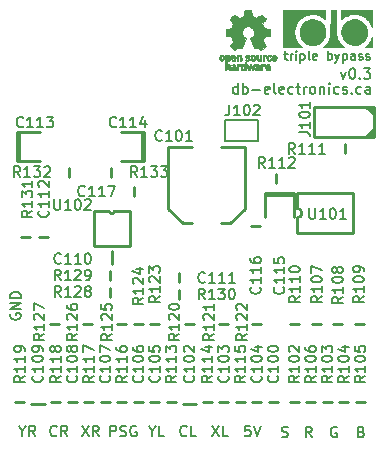
<source format=gto>
G04 #@! TF.FileFunction,Legend,Top*
%FSLAX46Y46*%
G04 Gerber Fmt 4.6, Leading zero omitted, Abs format (unit mm)*
G04 Created by KiCad (PCBNEW 4.0.2+dfsg1-stable) date Tue 07 Aug 2018 11:45:59 AM EDT*
%MOMM*%
G01*
G04 APERTURE LIST*
%ADD10C,0.100000*%
%ADD11C,0.203200*%
%ADD12C,0.190500*%
%ADD13C,0.254000*%
%ADD14C,0.010000*%
G04 APERTURE END LIST*
D10*
D11*
X145076335Y-85809667D02*
X145076335Y-84920667D01*
X145076335Y-85767333D02*
X144991668Y-85809667D01*
X144822335Y-85809667D01*
X144737668Y-85767333D01*
X144695335Y-85725000D01*
X144653001Y-85640333D01*
X144653001Y-85386333D01*
X144695335Y-85301667D01*
X144737668Y-85259333D01*
X144822335Y-85217000D01*
X144991668Y-85217000D01*
X145076335Y-85259333D01*
X145499668Y-85809667D02*
X145499668Y-84920667D01*
X145499668Y-85259333D02*
X145584334Y-85217000D01*
X145753668Y-85217000D01*
X145838334Y-85259333D01*
X145880668Y-85301667D01*
X145923001Y-85386333D01*
X145923001Y-85640333D01*
X145880668Y-85725000D01*
X145838334Y-85767333D01*
X145753668Y-85809667D01*
X145584334Y-85809667D01*
X145499668Y-85767333D01*
X146304001Y-85471000D02*
X146981334Y-85471000D01*
X147743334Y-85767333D02*
X147658668Y-85809667D01*
X147489334Y-85809667D01*
X147404668Y-85767333D01*
X147362334Y-85682667D01*
X147362334Y-85344000D01*
X147404668Y-85259333D01*
X147489334Y-85217000D01*
X147658668Y-85217000D01*
X147743334Y-85259333D01*
X147785668Y-85344000D01*
X147785668Y-85428667D01*
X147362334Y-85513333D01*
X148293668Y-85809667D02*
X148209001Y-85767333D01*
X148166668Y-85682667D01*
X148166668Y-84920667D01*
X148971001Y-85767333D02*
X148886335Y-85809667D01*
X148717001Y-85809667D01*
X148632335Y-85767333D01*
X148590001Y-85682667D01*
X148590001Y-85344000D01*
X148632335Y-85259333D01*
X148717001Y-85217000D01*
X148886335Y-85217000D01*
X148971001Y-85259333D01*
X149013335Y-85344000D01*
X149013335Y-85428667D01*
X148590001Y-85513333D01*
X149775335Y-85767333D02*
X149690668Y-85809667D01*
X149521335Y-85809667D01*
X149436668Y-85767333D01*
X149394335Y-85725000D01*
X149352001Y-85640333D01*
X149352001Y-85386333D01*
X149394335Y-85301667D01*
X149436668Y-85259333D01*
X149521335Y-85217000D01*
X149690668Y-85217000D01*
X149775335Y-85259333D01*
X150029335Y-85217000D02*
X150368001Y-85217000D01*
X150156335Y-84920667D02*
X150156335Y-85682667D01*
X150198668Y-85767333D01*
X150283335Y-85809667D01*
X150368001Y-85809667D01*
X150664335Y-85809667D02*
X150664335Y-85217000D01*
X150664335Y-85386333D02*
X150706668Y-85301667D01*
X150749001Y-85259333D01*
X150833668Y-85217000D01*
X150918335Y-85217000D01*
X151341668Y-85809667D02*
X151257001Y-85767333D01*
X151214668Y-85725000D01*
X151172334Y-85640333D01*
X151172334Y-85386333D01*
X151214668Y-85301667D01*
X151257001Y-85259333D01*
X151341668Y-85217000D01*
X151468668Y-85217000D01*
X151553334Y-85259333D01*
X151595668Y-85301667D01*
X151638001Y-85386333D01*
X151638001Y-85640333D01*
X151595668Y-85725000D01*
X151553334Y-85767333D01*
X151468668Y-85809667D01*
X151341668Y-85809667D01*
X152019001Y-85217000D02*
X152019001Y-85809667D01*
X152019001Y-85301667D02*
X152061334Y-85259333D01*
X152146001Y-85217000D01*
X152273001Y-85217000D01*
X152357667Y-85259333D01*
X152400001Y-85344000D01*
X152400001Y-85809667D01*
X152823334Y-85809667D02*
X152823334Y-85217000D01*
X152823334Y-84920667D02*
X152781000Y-84963000D01*
X152823334Y-85005333D01*
X152865667Y-84963000D01*
X152823334Y-84920667D01*
X152823334Y-85005333D01*
X153627667Y-85767333D02*
X153543000Y-85809667D01*
X153373667Y-85809667D01*
X153289000Y-85767333D01*
X153246667Y-85725000D01*
X153204333Y-85640333D01*
X153204333Y-85386333D01*
X153246667Y-85301667D01*
X153289000Y-85259333D01*
X153373667Y-85217000D01*
X153543000Y-85217000D01*
X153627667Y-85259333D01*
X153966333Y-85767333D02*
X154051000Y-85809667D01*
X154220333Y-85809667D01*
X154305000Y-85767333D01*
X154347333Y-85682667D01*
X154347333Y-85640333D01*
X154305000Y-85555667D01*
X154220333Y-85513333D01*
X154093333Y-85513333D01*
X154008667Y-85471000D01*
X153966333Y-85386333D01*
X153966333Y-85344000D01*
X154008667Y-85259333D01*
X154093333Y-85217000D01*
X154220333Y-85217000D01*
X154305000Y-85259333D01*
X154728334Y-85725000D02*
X154770667Y-85767333D01*
X154728334Y-85809667D01*
X154686000Y-85767333D01*
X154728334Y-85725000D01*
X154728334Y-85809667D01*
X155532667Y-85767333D02*
X155448000Y-85809667D01*
X155278667Y-85809667D01*
X155194000Y-85767333D01*
X155151667Y-85725000D01*
X155109333Y-85640333D01*
X155109333Y-85386333D01*
X155151667Y-85301667D01*
X155194000Y-85259333D01*
X155278667Y-85217000D01*
X155448000Y-85217000D01*
X155532667Y-85259333D01*
X156294667Y-85809667D02*
X156294667Y-85344000D01*
X156252333Y-85259333D01*
X156167667Y-85217000D01*
X155998333Y-85217000D01*
X155913667Y-85259333D01*
X156294667Y-85767333D02*
X156210000Y-85809667D01*
X155998333Y-85809667D01*
X155913667Y-85767333D01*
X155871333Y-85682667D01*
X155871333Y-85598000D01*
X155913667Y-85513333D01*
X155998333Y-85471000D01*
X156210000Y-85471000D01*
X156294667Y-85428667D01*
D12*
X148989142Y-82450214D02*
X149279428Y-82450214D01*
X149098000Y-82196214D02*
X149098000Y-82849357D01*
X149134285Y-82921929D01*
X149206857Y-82958214D01*
X149279428Y-82958214D01*
X149533429Y-82958214D02*
X149533429Y-82450214D01*
X149533429Y-82595357D02*
X149569714Y-82522786D01*
X149606000Y-82486500D01*
X149678571Y-82450214D01*
X149751143Y-82450214D01*
X150005143Y-82958214D02*
X150005143Y-82450214D01*
X150005143Y-82196214D02*
X149968857Y-82232500D01*
X150005143Y-82268786D01*
X150041428Y-82232500D01*
X150005143Y-82196214D01*
X150005143Y-82268786D01*
X150368000Y-82450214D02*
X150368000Y-83212214D01*
X150368000Y-82486500D02*
X150440571Y-82450214D01*
X150585714Y-82450214D01*
X150658285Y-82486500D01*
X150694571Y-82522786D01*
X150730857Y-82595357D01*
X150730857Y-82813071D01*
X150694571Y-82885643D01*
X150658285Y-82921929D01*
X150585714Y-82958214D01*
X150440571Y-82958214D01*
X150368000Y-82921929D01*
X151166286Y-82958214D02*
X151093714Y-82921929D01*
X151057429Y-82849357D01*
X151057429Y-82196214D01*
X151746857Y-82921929D02*
X151674286Y-82958214D01*
X151529143Y-82958214D01*
X151456572Y-82921929D01*
X151420286Y-82849357D01*
X151420286Y-82559071D01*
X151456572Y-82486500D01*
X151529143Y-82450214D01*
X151674286Y-82450214D01*
X151746857Y-82486500D01*
X151783143Y-82559071D01*
X151783143Y-82631643D01*
X151420286Y-82704214D01*
X152690286Y-82958214D02*
X152690286Y-82196214D01*
X152690286Y-82486500D02*
X152762857Y-82450214D01*
X152908000Y-82450214D01*
X152980571Y-82486500D01*
X153016857Y-82522786D01*
X153053143Y-82595357D01*
X153053143Y-82813071D01*
X153016857Y-82885643D01*
X152980571Y-82921929D01*
X152908000Y-82958214D01*
X152762857Y-82958214D01*
X152690286Y-82921929D01*
X153307143Y-82450214D02*
X153488572Y-82958214D01*
X153670000Y-82450214D02*
X153488572Y-82958214D01*
X153416000Y-83139643D01*
X153379715Y-83175929D01*
X153307143Y-83212214D01*
X153960286Y-82450214D02*
X153960286Y-83212214D01*
X153960286Y-82486500D02*
X154032857Y-82450214D01*
X154178000Y-82450214D01*
X154250571Y-82486500D01*
X154286857Y-82522786D01*
X154323143Y-82595357D01*
X154323143Y-82813071D01*
X154286857Y-82885643D01*
X154250571Y-82921929D01*
X154178000Y-82958214D01*
X154032857Y-82958214D01*
X153960286Y-82921929D01*
X154976286Y-82958214D02*
X154976286Y-82559071D01*
X154940000Y-82486500D01*
X154867429Y-82450214D01*
X154722286Y-82450214D01*
X154649715Y-82486500D01*
X154976286Y-82921929D02*
X154903715Y-82958214D01*
X154722286Y-82958214D01*
X154649715Y-82921929D01*
X154613429Y-82849357D01*
X154613429Y-82776786D01*
X154649715Y-82704214D01*
X154722286Y-82667929D01*
X154903715Y-82667929D01*
X154976286Y-82631643D01*
X155302858Y-82921929D02*
X155375429Y-82958214D01*
X155520572Y-82958214D01*
X155593144Y-82921929D01*
X155629429Y-82849357D01*
X155629429Y-82813071D01*
X155593144Y-82740500D01*
X155520572Y-82704214D01*
X155411715Y-82704214D01*
X155339144Y-82667929D01*
X155302858Y-82595357D01*
X155302858Y-82559071D01*
X155339144Y-82486500D01*
X155411715Y-82450214D01*
X155520572Y-82450214D01*
X155593144Y-82486500D01*
X155919715Y-82921929D02*
X155992286Y-82958214D01*
X156137429Y-82958214D01*
X156210001Y-82921929D01*
X156246286Y-82849357D01*
X156246286Y-82813071D01*
X156210001Y-82740500D01*
X156137429Y-82704214D01*
X156028572Y-82704214D01*
X155956001Y-82667929D01*
X155919715Y-82595357D01*
X155919715Y-82559071D01*
X155956001Y-82486500D01*
X156028572Y-82450214D01*
X156137429Y-82450214D01*
X156210001Y-82486500D01*
D11*
X153797000Y-83947000D02*
X154008667Y-84539667D01*
X154220333Y-83947000D01*
X154728333Y-83650667D02*
X154813000Y-83650667D01*
X154897666Y-83693000D01*
X154940000Y-83735333D01*
X154982333Y-83820000D01*
X155024666Y-83989333D01*
X155024666Y-84201000D01*
X154982333Y-84370333D01*
X154940000Y-84455000D01*
X154897666Y-84497333D01*
X154813000Y-84539667D01*
X154728333Y-84539667D01*
X154643666Y-84497333D01*
X154601333Y-84455000D01*
X154559000Y-84370333D01*
X154516666Y-84201000D01*
X154516666Y-83989333D01*
X154559000Y-83820000D01*
X154601333Y-83735333D01*
X154643666Y-83693000D01*
X154728333Y-83650667D01*
X155405667Y-84455000D02*
X155448000Y-84497333D01*
X155405667Y-84539667D01*
X155363333Y-84497333D01*
X155405667Y-84455000D01*
X155405667Y-84539667D01*
X155744333Y-83650667D02*
X156294666Y-83650667D01*
X155998333Y-83989333D01*
X156125333Y-83989333D01*
X156210000Y-84031667D01*
X156252333Y-84074000D01*
X156294666Y-84158667D01*
X156294666Y-84370333D01*
X156252333Y-84455000D01*
X156210000Y-84497333D01*
X156125333Y-84539667D01*
X155871333Y-84539667D01*
X155786666Y-84497333D01*
X155744333Y-84455000D01*
X125857000Y-104436333D02*
X125814667Y-104520999D01*
X125814667Y-104647999D01*
X125857000Y-104774999D01*
X125941667Y-104859666D01*
X126026333Y-104901999D01*
X126195667Y-104944333D01*
X126322667Y-104944333D01*
X126492000Y-104901999D01*
X126576667Y-104859666D01*
X126661333Y-104774999D01*
X126703667Y-104647999D01*
X126703667Y-104563333D01*
X126661333Y-104436333D01*
X126619000Y-104393999D01*
X126322667Y-104393999D01*
X126322667Y-104563333D01*
X126703667Y-104012999D02*
X125814667Y-104012999D01*
X126703667Y-103504999D01*
X125814667Y-103504999D01*
X126703667Y-103081666D02*
X125814667Y-103081666D01*
X125814667Y-102870000D01*
X125857000Y-102743000D01*
X125941667Y-102658333D01*
X126026333Y-102616000D01*
X126195667Y-102573666D01*
X126322667Y-102573666D01*
X126492000Y-102616000D01*
X126576667Y-102658333D01*
X126661333Y-102743000D01*
X126703667Y-102870000D01*
X126703667Y-103081666D01*
X126809500Y-114405833D02*
X126809500Y-114829167D01*
X126513167Y-113940167D02*
X126809500Y-114405833D01*
X127105833Y-113940167D01*
X127910167Y-114829167D02*
X127613833Y-114405833D01*
X127402167Y-114829167D02*
X127402167Y-113940167D01*
X127740833Y-113940167D01*
X127825500Y-113982500D01*
X127867833Y-114024833D01*
X127910167Y-114109500D01*
X127910167Y-114236500D01*
X127867833Y-114321167D01*
X127825500Y-114363500D01*
X127740833Y-114405833D01*
X127402167Y-114405833D01*
X129751667Y-114744500D02*
X129709333Y-114786833D01*
X129582333Y-114829167D01*
X129497667Y-114829167D01*
X129370667Y-114786833D01*
X129286000Y-114702167D01*
X129243667Y-114617500D01*
X129201333Y-114448167D01*
X129201333Y-114321167D01*
X129243667Y-114151833D01*
X129286000Y-114067167D01*
X129370667Y-113982500D01*
X129497667Y-113940167D01*
X129582333Y-113940167D01*
X129709333Y-113982500D01*
X129751667Y-114024833D01*
X130640667Y-114829167D02*
X130344333Y-114405833D01*
X130132667Y-114829167D02*
X130132667Y-113940167D01*
X130471333Y-113940167D01*
X130556000Y-113982500D01*
X130598333Y-114024833D01*
X130640667Y-114109500D01*
X130640667Y-114236500D01*
X130598333Y-114321167D01*
X130556000Y-114363500D01*
X130471333Y-114405833D01*
X130132667Y-114405833D01*
X131847167Y-113940167D02*
X132439834Y-114829167D01*
X132439834Y-113940167D02*
X131847167Y-114829167D01*
X133286501Y-114829167D02*
X132990167Y-114405833D01*
X132778501Y-114829167D02*
X132778501Y-113940167D01*
X133117167Y-113940167D01*
X133201834Y-113982500D01*
X133244167Y-114024833D01*
X133286501Y-114109500D01*
X133286501Y-114236500D01*
X133244167Y-114321167D01*
X133201834Y-114363500D01*
X133117167Y-114405833D01*
X132778501Y-114405833D01*
X134281334Y-114829167D02*
X134281334Y-113940167D01*
X134620000Y-113940167D01*
X134704667Y-113982500D01*
X134747000Y-114024833D01*
X134789334Y-114109500D01*
X134789334Y-114236500D01*
X134747000Y-114321167D01*
X134704667Y-114363500D01*
X134620000Y-114405833D01*
X134281334Y-114405833D01*
X135128000Y-114786833D02*
X135255000Y-114829167D01*
X135466667Y-114829167D01*
X135551334Y-114786833D01*
X135593667Y-114744500D01*
X135636000Y-114659833D01*
X135636000Y-114575167D01*
X135593667Y-114490500D01*
X135551334Y-114448167D01*
X135466667Y-114405833D01*
X135297334Y-114363500D01*
X135212667Y-114321167D01*
X135170334Y-114278833D01*
X135128000Y-114194167D01*
X135128000Y-114109500D01*
X135170334Y-114024833D01*
X135212667Y-113982500D01*
X135297334Y-113940167D01*
X135509000Y-113940167D01*
X135636000Y-113982500D01*
X136482667Y-113982500D02*
X136398001Y-113940167D01*
X136271001Y-113940167D01*
X136144001Y-113982500D01*
X136059334Y-114067167D01*
X136017001Y-114151833D01*
X135974667Y-114321167D01*
X135974667Y-114448167D01*
X136017001Y-114617500D01*
X136059334Y-114702167D01*
X136144001Y-114786833D01*
X136271001Y-114829167D01*
X136355667Y-114829167D01*
X136482667Y-114786833D01*
X136525001Y-114744500D01*
X136525001Y-114448167D01*
X136355667Y-114448167D01*
X137816167Y-114405833D02*
X137816167Y-114829167D01*
X137519834Y-113940167D02*
X137816167Y-114405833D01*
X138112500Y-113940167D01*
X138832167Y-114829167D02*
X138408834Y-114829167D01*
X138408834Y-113940167D01*
X140758334Y-114744500D02*
X140716000Y-114786833D01*
X140589000Y-114829167D01*
X140504334Y-114829167D01*
X140377334Y-114786833D01*
X140292667Y-114702167D01*
X140250334Y-114617500D01*
X140208000Y-114448167D01*
X140208000Y-114321167D01*
X140250334Y-114151833D01*
X140292667Y-114067167D01*
X140377334Y-113982500D01*
X140504334Y-113940167D01*
X140589000Y-113940167D01*
X140716000Y-113982500D01*
X140758334Y-114024833D01*
X141562667Y-114829167D02*
X141139334Y-114829167D01*
X141139334Y-113940167D01*
X142853833Y-113940167D02*
X143446500Y-114829167D01*
X143446500Y-113940167D02*
X142853833Y-114829167D01*
X144208500Y-114829167D02*
X143785167Y-114829167D01*
X143785167Y-113940167D01*
X146134667Y-113940167D02*
X145711334Y-113940167D01*
X145669000Y-114363500D01*
X145711334Y-114321167D01*
X145796000Y-114278833D01*
X146007667Y-114278833D01*
X146092334Y-114321167D01*
X146134667Y-114363500D01*
X146177000Y-114448167D01*
X146177000Y-114659833D01*
X146134667Y-114744500D01*
X146092334Y-114786833D01*
X146007667Y-114829167D01*
X145796000Y-114829167D01*
X145711334Y-114786833D01*
X145669000Y-114744500D01*
X146431001Y-113940167D02*
X146727334Y-114829167D01*
X147023667Y-113940167D01*
X148780500Y-114850333D02*
X148907500Y-114892667D01*
X149119167Y-114892667D01*
X149203834Y-114850333D01*
X149246167Y-114808000D01*
X149288500Y-114723333D01*
X149288500Y-114638667D01*
X149246167Y-114554000D01*
X149203834Y-114511667D01*
X149119167Y-114469333D01*
X148949834Y-114427000D01*
X148865167Y-114384667D01*
X148822834Y-114342333D01*
X148780500Y-114257667D01*
X148780500Y-114173000D01*
X148822834Y-114088333D01*
X148865167Y-114046000D01*
X148949834Y-114003667D01*
X149161500Y-114003667D01*
X149288500Y-114046000D01*
X155511500Y-114427000D02*
X155638500Y-114469333D01*
X155680833Y-114511667D01*
X155723167Y-114596333D01*
X155723167Y-114723333D01*
X155680833Y-114808000D01*
X155638500Y-114850333D01*
X155553833Y-114892667D01*
X155215167Y-114892667D01*
X155215167Y-114003667D01*
X155511500Y-114003667D01*
X155596167Y-114046000D01*
X155638500Y-114088333D01*
X155680833Y-114173000D01*
X155680833Y-114257667D01*
X155638500Y-114342333D01*
X155596167Y-114384667D01*
X155511500Y-114427000D01*
X155215167Y-114427000D01*
X153458333Y-114046000D02*
X153373667Y-114003667D01*
X153246667Y-114003667D01*
X153119667Y-114046000D01*
X153035000Y-114130667D01*
X152992667Y-114215333D01*
X152950333Y-114384667D01*
X152950333Y-114511667D01*
X152992667Y-114681000D01*
X153035000Y-114765667D01*
X153119667Y-114850333D01*
X153246667Y-114892667D01*
X153331333Y-114892667D01*
X153458333Y-114850333D01*
X153500667Y-114808000D01*
X153500667Y-114511667D01*
X153331333Y-114511667D01*
X151341667Y-114892667D02*
X151045333Y-114469333D01*
X150833667Y-114892667D02*
X150833667Y-114003667D01*
X151172333Y-114003667D01*
X151257000Y-114046000D01*
X151299333Y-114088333D01*
X151341667Y-114173000D01*
X151341667Y-114300000D01*
X151299333Y-114384667D01*
X151257000Y-114427000D01*
X151172333Y-114469333D01*
X150833667Y-114469333D01*
D13*
X150095000Y-96333000D02*
X150095000Y-97633000D01*
X150095000Y-94233000D02*
X150095000Y-95533000D01*
X150095000Y-96333000D02*
G75*
G03X150095000Y-95533000I0J400000D01*
G01*
X154795000Y-94233000D02*
X150095000Y-94233000D01*
X154795000Y-97633000D02*
X154795000Y-94233000D01*
X150095000Y-97633000D02*
X154795000Y-97633000D01*
X155003500Y-105283000D02*
X155765500Y-105283000D01*
X140430500Y-96801000D02*
X139180500Y-95551000D01*
X141180500Y-96801000D02*
X140430500Y-96801000D01*
X144430500Y-96801000D02*
X145680500Y-95551000D01*
X143680500Y-96801000D02*
X144430500Y-96801000D01*
X139180500Y-90301000D02*
X139180500Y-95551000D01*
X141180500Y-90301000D02*
X139180500Y-90301000D01*
X145680500Y-90301000D02*
X145680500Y-95551000D01*
X143680500Y-90301000D02*
X145680500Y-90301000D01*
X141541500Y-112077500D02*
X140398500Y-112077500D01*
X143510000Y-111887000D02*
X144272000Y-111887000D01*
X146304000Y-111887000D02*
X147066000Y-111887000D01*
X137668000Y-111887000D02*
X138430000Y-111887000D01*
X136271000Y-111887000D02*
X137033000Y-111887000D01*
X133477000Y-111887000D02*
X134239000Y-111887000D01*
X130683000Y-111887000D02*
X131445000Y-111887000D01*
X128714500Y-112077500D02*
X127571500Y-112077500D01*
X134429500Y-99123500D02*
X134429500Y-100266500D01*
X140081000Y-101028500D02*
X140081000Y-101790500D01*
X128270000Y-97917000D02*
X129032000Y-97917000D01*
X126362000Y-91497000D02*
X126562000Y-91497000D01*
X126362000Y-89097000D02*
X126362000Y-91497000D01*
X126562000Y-89097000D02*
X126362000Y-89097000D01*
X126562000Y-91497000D02*
X128362000Y-91497000D01*
X126562000Y-89097000D02*
X126562000Y-91497000D01*
X128362000Y-89097000D02*
X126562000Y-89097000D01*
X137163000Y-89097000D02*
X136963000Y-89097000D01*
X137163000Y-91497000D02*
X137163000Y-89097000D01*
X136963000Y-91497000D02*
X137163000Y-91497000D01*
X136963000Y-89097000D02*
X135163000Y-89097000D01*
X136963000Y-91497000D02*
X136963000Y-89097000D01*
X135163000Y-91497000D02*
X136963000Y-91497000D01*
X147390000Y-94231000D02*
X147390000Y-94431000D01*
X149790000Y-94231000D02*
X147390000Y-94231000D01*
X149790000Y-94431000D02*
X149790000Y-94231000D01*
X147390000Y-94431000D02*
X147390000Y-96231000D01*
X149790000Y-94431000D02*
X147390000Y-94431000D01*
X149790000Y-96231000D02*
X149790000Y-94431000D01*
X146939000Y-97028000D02*
X146177000Y-97028000D01*
X136271000Y-94488000D02*
X136271000Y-93726000D01*
X156591000Y-89471500D02*
X156337000Y-89217500D01*
X156591000Y-86931500D02*
X156337000Y-87185500D01*
X156591000Y-88836500D02*
X155956000Y-89471500D01*
X156591000Y-87566500D02*
X155956000Y-86931500D01*
X151511000Y-86931500D02*
X156591000Y-86931500D01*
X151511000Y-89471500D02*
X151511000Y-86931500D01*
X156591000Y-89471500D02*
X151511000Y-89471500D01*
X156591000Y-86931500D02*
X156591000Y-89471500D01*
X149479000Y-111887000D02*
X150241000Y-111887000D01*
X153035000Y-111887000D02*
X152273000Y-111887000D01*
X154432000Y-111887000D02*
X153670000Y-111887000D01*
X155829000Y-111887000D02*
X155067000Y-111887000D01*
X151638000Y-111887000D02*
X150876000Y-111887000D01*
X151384000Y-105283000D02*
X152146000Y-105283000D01*
X153162000Y-105283000D02*
X153924000Y-105283000D01*
X149479000Y-105283000D02*
X150241000Y-105283000D01*
X154114500Y-90043000D02*
X154114500Y-90805000D01*
X148336000Y-92583000D02*
X148336000Y-93345000D01*
X139065000Y-111887000D02*
X139827000Y-111887000D01*
X142113000Y-111887000D02*
X142875000Y-111887000D01*
X144907000Y-111887000D02*
X145669000Y-111887000D01*
X134874000Y-111887000D02*
X135636000Y-111887000D01*
X132080000Y-111887000D02*
X132842000Y-111887000D01*
X129286000Y-111887000D02*
X130048000Y-111887000D01*
X126238000Y-111887000D02*
X127000000Y-111887000D01*
X140589000Y-105283000D02*
X141351000Y-105283000D01*
X143510000Y-105283000D02*
X144272000Y-105283000D01*
X146304000Y-105283000D02*
X147066000Y-105283000D01*
X137668000Y-105283000D02*
X138430000Y-105283000D01*
X136271000Y-105283000D02*
X137033000Y-105283000D01*
X134874000Y-105283000D02*
X135636000Y-105283000D01*
X131953000Y-105283000D02*
X132715000Y-105283000D01*
X129159000Y-105283000D02*
X129921000Y-105283000D01*
X134239000Y-102235000D02*
X134239000Y-102997000D01*
X134239000Y-101600000D02*
X134239000Y-100838000D01*
X140081000Y-102425500D02*
X140081000Y-103187500D01*
X126746000Y-97917000D02*
X127508000Y-97917000D01*
X130810000Y-92837000D02*
X130810000Y-92075000D01*
X134366000Y-92075000D02*
X134366000Y-92837000D01*
X133660000Y-95736000D02*
X134160000Y-95736000D01*
X135160000Y-95736000D02*
X134660000Y-95736000D01*
X134160000Y-95736000D02*
G75*
G03X134660000Y-95736000I250000J0D01*
G01*
X132910000Y-95736000D02*
X133660000Y-95736000D01*
X135910000Y-95736000D02*
X135160000Y-95736000D01*
X135910000Y-98736000D02*
X135910000Y-95736000D01*
X132910000Y-98736000D02*
X135910000Y-98736000D01*
X132910000Y-95736000D02*
X132910000Y-98736000D01*
X147701000Y-111887000D02*
X148463000Y-111887000D01*
D14*
G36*
X144274187Y-82534565D02*
X144349628Y-82569866D01*
X144391091Y-82640091D01*
X144406399Y-82753643D01*
X144407063Y-82794452D01*
X144403061Y-82893090D01*
X144387135Y-82954576D01*
X144353402Y-82997877D01*
X144340586Y-83008825D01*
X144253711Y-83049126D01*
X144195443Y-83046922D01*
X144150329Y-83040329D01*
X144126937Y-83052242D01*
X144118131Y-83095185D01*
X144116777Y-83181681D01*
X144116777Y-83185000D01*
X144118020Y-83272961D01*
X144126506Y-83317001D01*
X144149370Y-83329645D01*
X144193746Y-83323417D01*
X144195443Y-83323077D01*
X144287492Y-83329731D01*
X144341617Y-83362009D01*
X144377065Y-83397081D01*
X144397718Y-83441056D01*
X144407676Y-83509479D01*
X144411042Y-83617894D01*
X144411118Y-83625392D01*
X144410876Y-83732745D01*
X144405310Y-83796115D01*
X144390981Y-83827933D01*
X144364452Y-83840628D01*
X144350941Y-83842955D01*
X144317913Y-83843511D01*
X144298369Y-83825600D01*
X144287786Y-83777465D01*
X144281643Y-83687351D01*
X144280385Y-83659510D01*
X144274711Y-83557949D01*
X144265422Y-83500375D01*
X144247411Y-83474348D01*
X144215572Y-83467431D01*
X144201444Y-83467222D01*
X144163893Y-83470658D01*
X144141946Y-83489296D01*
X144130429Y-83535632D01*
X144124167Y-83622159D01*
X144122543Y-83657722D01*
X144116089Y-83759964D01*
X144105370Y-83817774D01*
X144086473Y-83843162D01*
X144060452Y-83848222D01*
X144029218Y-83839997D01*
X144011153Y-83806827D01*
X144001371Y-83735966D01*
X143998241Y-83685944D01*
X143995891Y-83603000D01*
X143994784Y-83476970D01*
X143994925Y-83321195D01*
X143996317Y-83149020D01*
X143998042Y-83025626D01*
X144002506Y-82756580D01*
X144122012Y-82756580D01*
X144127261Y-82847532D01*
X144154572Y-82915572D01*
X144197290Y-82944908D01*
X144201444Y-82945111D01*
X144235404Y-82925997D01*
X144256254Y-82904747D01*
X144276085Y-82851421D01*
X144281789Y-82772069D01*
X144280876Y-82756580D01*
X144270047Y-82685533D01*
X144245623Y-82654933D01*
X144201444Y-82648777D01*
X144154318Y-82656385D01*
X144131535Y-82689852D01*
X144122012Y-82756580D01*
X144002506Y-82756580D01*
X144006307Y-82527586D01*
X144156946Y-82525787D01*
X144274187Y-82534565D01*
X144274187Y-82534565D01*
G37*
X144274187Y-82534565D02*
X144349628Y-82569866D01*
X144391091Y-82640091D01*
X144406399Y-82753643D01*
X144407063Y-82794452D01*
X144403061Y-82893090D01*
X144387135Y-82954576D01*
X144353402Y-82997877D01*
X144340586Y-83008825D01*
X144253711Y-83049126D01*
X144195443Y-83046922D01*
X144150329Y-83040329D01*
X144126937Y-83052242D01*
X144118131Y-83095185D01*
X144116777Y-83181681D01*
X144116777Y-83185000D01*
X144118020Y-83272961D01*
X144126506Y-83317001D01*
X144149370Y-83329645D01*
X144193746Y-83323417D01*
X144195443Y-83323077D01*
X144287492Y-83329731D01*
X144341617Y-83362009D01*
X144377065Y-83397081D01*
X144397718Y-83441056D01*
X144407676Y-83509479D01*
X144411042Y-83617894D01*
X144411118Y-83625392D01*
X144410876Y-83732745D01*
X144405310Y-83796115D01*
X144390981Y-83827933D01*
X144364452Y-83840628D01*
X144350941Y-83842955D01*
X144317913Y-83843511D01*
X144298369Y-83825600D01*
X144287786Y-83777465D01*
X144281643Y-83687351D01*
X144280385Y-83659510D01*
X144274711Y-83557949D01*
X144265422Y-83500375D01*
X144247411Y-83474348D01*
X144215572Y-83467431D01*
X144201444Y-83467222D01*
X144163893Y-83470658D01*
X144141946Y-83489296D01*
X144130429Y-83535632D01*
X144124167Y-83622159D01*
X144122543Y-83657722D01*
X144116089Y-83759964D01*
X144105370Y-83817774D01*
X144086473Y-83843162D01*
X144060452Y-83848222D01*
X144029218Y-83839997D01*
X144011153Y-83806827D01*
X144001371Y-83735966D01*
X143998241Y-83685944D01*
X143995891Y-83603000D01*
X143994784Y-83476970D01*
X143994925Y-83321195D01*
X143996317Y-83149020D01*
X143998042Y-83025626D01*
X144002506Y-82756580D01*
X144122012Y-82756580D01*
X144127261Y-82847532D01*
X144154572Y-82915572D01*
X144197290Y-82944908D01*
X144201444Y-82945111D01*
X144235404Y-82925997D01*
X144256254Y-82904747D01*
X144276085Y-82851421D01*
X144281789Y-82772069D01*
X144280876Y-82756580D01*
X144270047Y-82685533D01*
X144245623Y-82654933D01*
X144201444Y-82648777D01*
X144154318Y-82656385D01*
X144131535Y-82689852D01*
X144122012Y-82756580D01*
X144002506Y-82756580D01*
X144006307Y-82527586D01*
X144156946Y-82525787D01*
X144274187Y-82534565D01*
G36*
X144749857Y-83324178D02*
X144816053Y-83355933D01*
X144848042Y-83384456D01*
X144866919Y-83423894D01*
X144876029Y-83488383D01*
X144878716Y-83592062D01*
X144878777Y-83621125D01*
X144878777Y-83842384D01*
X144722503Y-83844251D01*
X144616615Y-83839442D01*
X144548115Y-83818874D01*
X144510836Y-83790725D01*
X144463600Y-83725852D01*
X144464320Y-83685944D01*
X144601783Y-83685944D01*
X144607958Y-83721472D01*
X144653198Y-83734605D01*
X144679152Y-83735333D01*
X144741751Y-83727158D01*
X144764527Y-83695858D01*
X144765889Y-83677014D01*
X144754765Y-83635337D01*
X144710952Y-83625698D01*
X144688519Y-83627625D01*
X144624176Y-83651718D01*
X144601783Y-83685944D01*
X144464320Y-83685944D01*
X144464746Y-83662361D01*
X144499378Y-83600501D01*
X144549909Y-83555251D01*
X144627959Y-83538478D01*
X144656669Y-83537777D01*
X144729644Y-83533397D01*
X144759294Y-83516212D01*
X144760215Y-83488388D01*
X144734802Y-83452724D01*
X144669929Y-83439440D01*
X144647929Y-83439000D01*
X144559187Y-83430552D01*
X144519208Y-83406958D01*
X144530868Y-83370844D01*
X144552605Y-83352025D01*
X144645831Y-83315882D01*
X144749857Y-83324178D01*
X144749857Y-83324178D01*
G37*
X144749857Y-83324178D02*
X144816053Y-83355933D01*
X144848042Y-83384456D01*
X144866919Y-83423894D01*
X144876029Y-83488383D01*
X144878716Y-83592062D01*
X144878777Y-83621125D01*
X144878777Y-83842384D01*
X144722503Y-83844251D01*
X144616615Y-83839442D01*
X144548115Y-83818874D01*
X144510836Y-83790725D01*
X144463600Y-83725852D01*
X144464320Y-83685944D01*
X144601783Y-83685944D01*
X144607958Y-83721472D01*
X144653198Y-83734605D01*
X144679152Y-83735333D01*
X144741751Y-83727158D01*
X144764527Y-83695858D01*
X144765889Y-83677014D01*
X144754765Y-83635337D01*
X144710952Y-83625698D01*
X144688519Y-83627625D01*
X144624176Y-83651718D01*
X144601783Y-83685944D01*
X144464320Y-83685944D01*
X144464746Y-83662361D01*
X144499378Y-83600501D01*
X144549909Y-83555251D01*
X144627959Y-83538478D01*
X144656669Y-83537777D01*
X144729644Y-83533397D01*
X144759294Y-83516212D01*
X144760215Y-83488388D01*
X144734802Y-83452724D01*
X144669929Y-83439440D01*
X144647929Y-83439000D01*
X144559187Y-83430552D01*
X144519208Y-83406958D01*
X144530868Y-83370844D01*
X144552605Y-83352025D01*
X144645831Y-83315882D01*
X144749857Y-83324178D01*
G36*
X145093947Y-83325246D02*
X145104555Y-83343677D01*
X145117953Y-83358803D01*
X145146522Y-83340526D01*
X145195614Y-83322775D01*
X145258652Y-83323878D01*
X145311478Y-83340548D01*
X145330333Y-83365526D01*
X145305115Y-83409542D01*
X145241329Y-83444869D01*
X145189222Y-83457462D01*
X145151550Y-83466660D01*
X145129498Y-83489969D01*
X145117879Y-83540551D01*
X145111507Y-83631572D01*
X145110321Y-83657722D01*
X145103956Y-83759749D01*
X145093407Y-83817434D01*
X145074639Y-83842881D01*
X145046821Y-83848222D01*
X145021165Y-83843875D01*
X145004970Y-83823873D01*
X144996088Y-83777772D01*
X144992371Y-83695132D01*
X144991666Y-83580111D01*
X144992519Y-83455498D01*
X144996545Y-83376852D01*
X145005950Y-83333701D01*
X145022938Y-83315576D01*
X145048111Y-83312000D01*
X145093947Y-83325246D01*
X145093947Y-83325246D01*
G37*
X145093947Y-83325246D02*
X145104555Y-83343677D01*
X145117953Y-83358803D01*
X145146522Y-83340526D01*
X145195614Y-83322775D01*
X145258652Y-83323878D01*
X145311478Y-83340548D01*
X145330333Y-83365526D01*
X145305115Y-83409542D01*
X145241329Y-83444869D01*
X145189222Y-83457462D01*
X145151550Y-83466660D01*
X145129498Y-83489969D01*
X145117879Y-83540551D01*
X145111507Y-83631572D01*
X145110321Y-83657722D01*
X145103956Y-83759749D01*
X145093407Y-83817434D01*
X145074639Y-83842881D01*
X145046821Y-83848222D01*
X145021165Y-83843875D01*
X145004970Y-83823873D01*
X144996088Y-83777772D01*
X144992371Y-83695132D01*
X144991666Y-83580111D01*
X144992519Y-83455498D01*
X144996545Y-83376852D01*
X145005950Y-83333701D01*
X145022938Y-83315576D01*
X145048111Y-83312000D01*
X145093947Y-83325246D01*
G36*
X145720371Y-83117584D02*
X145736148Y-83133032D01*
X145745959Y-83169832D01*
X145751210Y-83237027D01*
X145753310Y-83343661D01*
X145753666Y-83477337D01*
X145753666Y-83840230D01*
X145584811Y-83842624D01*
X145485159Y-83840777D01*
X145424771Y-83828567D01*
X145386751Y-83801308D01*
X145373145Y-83783896D01*
X145340609Y-83702528D01*
X145328892Y-83596531D01*
X145329350Y-83590593D01*
X145443222Y-83590593D01*
X145459403Y-83673013D01*
X145499416Y-83721831D01*
X145550464Y-83731423D01*
X145599751Y-83696163D01*
X145616742Y-83666858D01*
X145634381Y-83586139D01*
X145622831Y-83507047D01*
X145586645Y-83451960D01*
X145571282Y-83443312D01*
X145516961Y-83448229D01*
X145470446Y-83494250D01*
X145444856Y-83566282D01*
X145443222Y-83590593D01*
X145329350Y-83590593D01*
X145337266Y-83488082D01*
X145365004Y-83399360D01*
X145386777Y-83368444D01*
X145462031Y-83318791D01*
X145543101Y-83322226D01*
X145586188Y-83341215D01*
X145619529Y-83354007D01*
X145635556Y-83337689D01*
X145640504Y-83280982D01*
X145640777Y-83242437D01*
X145644411Y-83162693D01*
X145659525Y-83124828D01*
X145692439Y-83114512D01*
X145697222Y-83114444D01*
X145720371Y-83117584D01*
X145720371Y-83117584D01*
G37*
X145720371Y-83117584D02*
X145736148Y-83133032D01*
X145745959Y-83169832D01*
X145751210Y-83237027D01*
X145753310Y-83343661D01*
X145753666Y-83477337D01*
X145753666Y-83840230D01*
X145584811Y-83842624D01*
X145485159Y-83840777D01*
X145424771Y-83828567D01*
X145386751Y-83801308D01*
X145373145Y-83783896D01*
X145340609Y-83702528D01*
X145328892Y-83596531D01*
X145329350Y-83590593D01*
X145443222Y-83590593D01*
X145459403Y-83673013D01*
X145499416Y-83721831D01*
X145550464Y-83731423D01*
X145599751Y-83696163D01*
X145616742Y-83666858D01*
X145634381Y-83586139D01*
X145622831Y-83507047D01*
X145586645Y-83451960D01*
X145571282Y-83443312D01*
X145516961Y-83448229D01*
X145470446Y-83494250D01*
X145444856Y-83566282D01*
X145443222Y-83590593D01*
X145329350Y-83590593D01*
X145337266Y-83488082D01*
X145365004Y-83399360D01*
X145386777Y-83368444D01*
X145462031Y-83318791D01*
X145543101Y-83322226D01*
X145586188Y-83341215D01*
X145619529Y-83354007D01*
X145635556Y-83337689D01*
X145640504Y-83280982D01*
X145640777Y-83242437D01*
X145644411Y-83162693D01*
X145659525Y-83124828D01*
X145692439Y-83114512D01*
X145697222Y-83114444D01*
X145720371Y-83117584D01*
G36*
X146505202Y-83318572D02*
X146515666Y-83327604D01*
X146508071Y-83359759D01*
X146487688Y-83433144D01*
X146458121Y-83534979D01*
X146439704Y-83596970D01*
X146402187Y-83716942D01*
X146373486Y-83791658D01*
X146348490Y-83830559D01*
X146322086Y-83843087D01*
X146306820Y-83842421D01*
X146266343Y-83820085D01*
X146231532Y-83759609D01*
X146204061Y-83678888D01*
X146158224Y-83523666D01*
X146106013Y-83685944D01*
X146066518Y-83790042D01*
X146029316Y-83843442D01*
X145991726Y-83845100D01*
X145951069Y-83793973D01*
X145904663Y-83689019D01*
X145871197Y-83594577D01*
X145833403Y-83471869D01*
X145812270Y-83380931D01*
X145809660Y-83330502D01*
X145813582Y-83323965D01*
X145866362Y-83317289D01*
X145912337Y-83366281D01*
X145951141Y-83470533D01*
X145953284Y-83478738D01*
X145976341Y-83555453D01*
X145996599Y-83600438D01*
X146005817Y-83605834D01*
X146023499Y-83571977D01*
X146050644Y-83503258D01*
X146066547Y-83458170D01*
X146100221Y-83380743D01*
X146135320Y-83333478D01*
X146151097Y-83326111D01*
X146182074Y-83351323D01*
X146220096Y-83418683D01*
X146249234Y-83490667D01*
X146307590Y-83655222D01*
X146355302Y-83483611D01*
X146386232Y-83385791D01*
X146414638Y-83332602D01*
X146447222Y-83312990D01*
X146459340Y-83312000D01*
X146505202Y-83318572D01*
X146505202Y-83318572D01*
G37*
X146505202Y-83318572D02*
X146515666Y-83327604D01*
X146508071Y-83359759D01*
X146487688Y-83433144D01*
X146458121Y-83534979D01*
X146439704Y-83596970D01*
X146402187Y-83716942D01*
X146373486Y-83791658D01*
X146348490Y-83830559D01*
X146322086Y-83843087D01*
X146306820Y-83842421D01*
X146266343Y-83820085D01*
X146231532Y-83759609D01*
X146204061Y-83678888D01*
X146158224Y-83523666D01*
X146106013Y-83685944D01*
X146066518Y-83790042D01*
X146029316Y-83843442D01*
X145991726Y-83845100D01*
X145951069Y-83793973D01*
X145904663Y-83689019D01*
X145871197Y-83594577D01*
X145833403Y-83471869D01*
X145812270Y-83380931D01*
X145809660Y-83330502D01*
X145813582Y-83323965D01*
X145866362Y-83317289D01*
X145912337Y-83366281D01*
X145951141Y-83470533D01*
X145953284Y-83478738D01*
X145976341Y-83555453D01*
X145996599Y-83600438D01*
X146005817Y-83605834D01*
X146023499Y-83571977D01*
X146050644Y-83503258D01*
X146066547Y-83458170D01*
X146100221Y-83380743D01*
X146135320Y-83333478D01*
X146151097Y-83326111D01*
X146182074Y-83351323D01*
X146220096Y-83418683D01*
X146249234Y-83490667D01*
X146307590Y-83655222D01*
X146355302Y-83483611D01*
X146386232Y-83385791D01*
X146414638Y-83332602D01*
X146447222Y-83312990D01*
X146459340Y-83312000D01*
X146505202Y-83318572D01*
G36*
X146808897Y-83331445D02*
X146884099Y-83366055D01*
X146910434Y-83396025D01*
X146924943Y-83450535D01*
X146935226Y-83541472D01*
X146939000Y-83645777D01*
X146939000Y-83842155D01*
X146773405Y-83844486D01*
X146665970Y-83840785D01*
X146598693Y-83823592D01*
X146561738Y-83795908D01*
X146517244Y-83715606D01*
X146518055Y-83704253D01*
X146640930Y-83704253D01*
X146641716Y-83705573D01*
X146684993Y-83730148D01*
X146747321Y-83727151D01*
X146801710Y-83701666D01*
X146820883Y-83671833D01*
X146811867Y-83632892D01*
X146764680Y-83622876D01*
X146689148Y-83635220D01*
X146643551Y-83665270D01*
X146640930Y-83704253D01*
X146518055Y-83704253D01*
X146522667Y-83639716D01*
X146571799Y-83578674D01*
X146658434Y-83542916D01*
X146715238Y-83537777D01*
X146793360Y-83530359D01*
X146824661Y-83506120D01*
X146826111Y-83495982D01*
X146800580Y-83458117D01*
X146732367Y-83435837D01*
X146634042Y-83433183D01*
X146631412Y-83433394D01*
X146570057Y-83424464D01*
X146553658Y-83393733D01*
X146584157Y-83355952D01*
X146618912Y-83338523D01*
X146713482Y-83320883D01*
X146808897Y-83331445D01*
X146808897Y-83331445D01*
G37*
X146808897Y-83331445D02*
X146884099Y-83366055D01*
X146910434Y-83396025D01*
X146924943Y-83450535D01*
X146935226Y-83541472D01*
X146939000Y-83645777D01*
X146939000Y-83842155D01*
X146773405Y-83844486D01*
X146665970Y-83840785D01*
X146598693Y-83823592D01*
X146561738Y-83795908D01*
X146517244Y-83715606D01*
X146518055Y-83704253D01*
X146640930Y-83704253D01*
X146641716Y-83705573D01*
X146684993Y-83730148D01*
X146747321Y-83727151D01*
X146801710Y-83701666D01*
X146820883Y-83671833D01*
X146811867Y-83632892D01*
X146764680Y-83622876D01*
X146689148Y-83635220D01*
X146643551Y-83665270D01*
X146640930Y-83704253D01*
X146518055Y-83704253D01*
X146522667Y-83639716D01*
X146571799Y-83578674D01*
X146658434Y-83542916D01*
X146715238Y-83537777D01*
X146793360Y-83530359D01*
X146824661Y-83506120D01*
X146826111Y-83495982D01*
X146800580Y-83458117D01*
X146732367Y-83435837D01*
X146634042Y-83433183D01*
X146631412Y-83433394D01*
X146570057Y-83424464D01*
X146553658Y-83393733D01*
X146584157Y-83355952D01*
X146618912Y-83338523D01*
X146713482Y-83320883D01*
X146808897Y-83331445D01*
G36*
X147271648Y-83323458D02*
X147341610Y-83332881D01*
X147362806Y-83340514D01*
X147383475Y-83374611D01*
X147361819Y-83412489D01*
X147309805Y-83442488D01*
X147247278Y-83453111D01*
X147204863Y-83455520D01*
X147180279Y-83471100D01*
X147167721Y-83512377D01*
X147161385Y-83591877D01*
X147159011Y-83643611D01*
X147152857Y-83745449D01*
X147142423Y-83803888D01*
X147122943Y-83831972D01*
X147089655Y-83842742D01*
X147086079Y-83843271D01*
X147055987Y-83845427D01*
X147037490Y-83834634D01*
X147028297Y-83800601D01*
X147026116Y-83733036D01*
X147028656Y-83621647D01*
X147029635Y-83589780D01*
X147037777Y-83327128D01*
X147181176Y-83322007D01*
X147271648Y-83323458D01*
X147271648Y-83323458D01*
G37*
X147271648Y-83323458D02*
X147341610Y-83332881D01*
X147362806Y-83340514D01*
X147383475Y-83374611D01*
X147361819Y-83412489D01*
X147309805Y-83442488D01*
X147247278Y-83453111D01*
X147204863Y-83455520D01*
X147180279Y-83471100D01*
X147167721Y-83512377D01*
X147161385Y-83591877D01*
X147159011Y-83643611D01*
X147152857Y-83745449D01*
X147142423Y-83803888D01*
X147122943Y-83831972D01*
X147089655Y-83842742D01*
X147086079Y-83843271D01*
X147055987Y-83845427D01*
X147037490Y-83834634D01*
X147028297Y-83800601D01*
X147026116Y-83733036D01*
X147028656Y-83621647D01*
X147029635Y-83589780D01*
X147037777Y-83327128D01*
X147181176Y-83322007D01*
X147271648Y-83323458D01*
G36*
X147673702Y-83337750D02*
X147754069Y-83405313D01*
X147804066Y-83500154D01*
X147813889Y-83567327D01*
X147806857Y-83599069D01*
X147776949Y-83615699D01*
X147710946Y-83621849D01*
X147656597Y-83622444D01*
X147566557Y-83624869D01*
X147520872Y-83634819D01*
X147507563Y-83656308D01*
X147509144Y-83671833D01*
X147531257Y-83705326D01*
X147588602Y-83719637D01*
X147635606Y-83721222D01*
X147731413Y-83728918D01*
X147777034Y-83750881D01*
X147770349Y-83785423D01*
X147744950Y-83808196D01*
X147663614Y-83839984D01*
X147563168Y-83844746D01*
X147474661Y-83821338D01*
X147469277Y-83818361D01*
X147424534Y-83765572D01*
X147391618Y-83678422D01*
X147376642Y-83578705D01*
X147381509Y-83505397D01*
X147395228Y-83475129D01*
X147504616Y-83475129D01*
X147510292Y-83510661D01*
X147556189Y-83534677D01*
X147588111Y-83537777D01*
X147653504Y-83525969D01*
X147672777Y-83498463D01*
X147649263Y-83455086D01*
X147594081Y-83435673D01*
X147545777Y-83442905D01*
X147504616Y-83475129D01*
X147395228Y-83475129D01*
X147415074Y-83431348D01*
X147475078Y-83363155D01*
X147542996Y-83319194D01*
X147576478Y-83312000D01*
X147673702Y-83337750D01*
X147673702Y-83337750D01*
G37*
X147673702Y-83337750D02*
X147754069Y-83405313D01*
X147804066Y-83500154D01*
X147813889Y-83567327D01*
X147806857Y-83599069D01*
X147776949Y-83615699D01*
X147710946Y-83621849D01*
X147656597Y-83622444D01*
X147566557Y-83624869D01*
X147520872Y-83634819D01*
X147507563Y-83656308D01*
X147509144Y-83671833D01*
X147531257Y-83705326D01*
X147588602Y-83719637D01*
X147635606Y-83721222D01*
X147731413Y-83728918D01*
X147777034Y-83750881D01*
X147770349Y-83785423D01*
X147744950Y-83808196D01*
X147663614Y-83839984D01*
X147563168Y-83844746D01*
X147474661Y-83821338D01*
X147469277Y-83818361D01*
X147424534Y-83765572D01*
X147391618Y-83678422D01*
X147376642Y-83578705D01*
X147381509Y-83505397D01*
X147395228Y-83475129D01*
X147504616Y-83475129D01*
X147510292Y-83510661D01*
X147556189Y-83534677D01*
X147588111Y-83537777D01*
X147653504Y-83525969D01*
X147672777Y-83498463D01*
X147649263Y-83455086D01*
X147594081Y-83435673D01*
X147545777Y-83442905D01*
X147504616Y-83475129D01*
X147395228Y-83475129D01*
X147415074Y-83431348D01*
X147475078Y-83363155D01*
X147542996Y-83319194D01*
X147576478Y-83312000D01*
X147673702Y-83337750D01*
G36*
X143823210Y-82560857D02*
X143884434Y-82638253D01*
X143916602Y-82748592D01*
X143919222Y-82794977D01*
X143898815Y-82913651D01*
X143844173Y-82999473D01*
X143765159Y-83046662D01*
X143671638Y-83049435D01*
X143573476Y-83002011D01*
X143570250Y-82999507D01*
X143524971Y-82955052D01*
X143502757Y-82901003D01*
X143496039Y-82816316D01*
X143495889Y-82792760D01*
X143496796Y-82777378D01*
X143613612Y-82777378D01*
X143620723Y-82864698D01*
X143652788Y-82907494D01*
X143717144Y-82928999D01*
X143770621Y-82902326D01*
X143802194Y-82835740D01*
X143806333Y-82792351D01*
X143789518Y-82701689D01*
X143748310Y-82651433D01*
X143696562Y-82642660D01*
X143648128Y-82676446D01*
X143616861Y-82753869D01*
X143613612Y-82777378D01*
X143496796Y-82777378D01*
X143501764Y-82693212D01*
X143523784Y-82628152D01*
X143561207Y-82583141D01*
X143651997Y-82527621D01*
X143742531Y-82522087D01*
X143823210Y-82560857D01*
X143823210Y-82560857D01*
G37*
X143823210Y-82560857D02*
X143884434Y-82638253D01*
X143916602Y-82748592D01*
X143919222Y-82794977D01*
X143898815Y-82913651D01*
X143844173Y-82999473D01*
X143765159Y-83046662D01*
X143671638Y-83049435D01*
X143573476Y-83002011D01*
X143570250Y-82999507D01*
X143524971Y-82955052D01*
X143502757Y-82901003D01*
X143496039Y-82816316D01*
X143495889Y-82792760D01*
X143496796Y-82777378D01*
X143613612Y-82777378D01*
X143620723Y-82864698D01*
X143652788Y-82907494D01*
X143717144Y-82928999D01*
X143770621Y-82902326D01*
X143802194Y-82835740D01*
X143806333Y-82792351D01*
X143789518Y-82701689D01*
X143748310Y-82651433D01*
X143696562Y-82642660D01*
X143648128Y-82676446D01*
X143616861Y-82753869D01*
X143613612Y-82777378D01*
X143496796Y-82777378D01*
X143501764Y-82693212D01*
X143523784Y-82628152D01*
X143561207Y-82583141D01*
X143651997Y-82527621D01*
X143742531Y-82522087D01*
X143823210Y-82560857D01*
G36*
X144785517Y-82548437D02*
X144854610Y-82614469D01*
X144895742Y-82716718D01*
X144897440Y-82726388D01*
X144914385Y-82832222D01*
X144755470Y-82832222D01*
X144659301Y-82836201D01*
X144609553Y-82849760D01*
X144596555Y-82872653D01*
X144620151Y-82913931D01*
X144676251Y-82934328D01*
X144742819Y-82927510D01*
X144760499Y-82919773D01*
X144819144Y-82907413D01*
X144846232Y-82923854D01*
X144875419Y-82964995D01*
X144859214Y-82996612D01*
X144806894Y-83025247D01*
X144705406Y-83055288D01*
X144618988Y-83038849D01*
X144560195Y-83001211D01*
X144489797Y-82912079D01*
X144464437Y-82797102D01*
X144482556Y-82684055D01*
X144603611Y-82684055D01*
X144618297Y-82710818D01*
X144681222Y-82719333D01*
X144745915Y-82710014D01*
X144758833Y-82684055D01*
X144724816Y-82656507D01*
X144681222Y-82648777D01*
X144625364Y-82662081D01*
X144603611Y-82684055D01*
X144482556Y-82684055D01*
X144483706Y-82676881D01*
X144537560Y-82582842D01*
X144614285Y-82531103D01*
X144701173Y-82520141D01*
X144785517Y-82548437D01*
X144785517Y-82548437D01*
G37*
X144785517Y-82548437D02*
X144854610Y-82614469D01*
X144895742Y-82716718D01*
X144897440Y-82726388D01*
X144914385Y-82832222D01*
X144755470Y-82832222D01*
X144659301Y-82836201D01*
X144609553Y-82849760D01*
X144596555Y-82872653D01*
X144620151Y-82913931D01*
X144676251Y-82934328D01*
X144742819Y-82927510D01*
X144760499Y-82919773D01*
X144819144Y-82907413D01*
X144846232Y-82923854D01*
X144875419Y-82964995D01*
X144859214Y-82996612D01*
X144806894Y-83025247D01*
X144705406Y-83055288D01*
X144618988Y-83038849D01*
X144560195Y-83001211D01*
X144489797Y-82912079D01*
X144464437Y-82797102D01*
X144482556Y-82684055D01*
X144603611Y-82684055D01*
X144618297Y-82710818D01*
X144681222Y-82719333D01*
X144745915Y-82710014D01*
X144758833Y-82684055D01*
X144724816Y-82656507D01*
X144681222Y-82648777D01*
X144625364Y-82662081D01*
X144603611Y-82684055D01*
X144482556Y-82684055D01*
X144483706Y-82676881D01*
X144537560Y-82582842D01*
X144614285Y-82531103D01*
X144701173Y-82520141D01*
X144785517Y-82548437D01*
G36*
X145236708Y-82534095D02*
X145313817Y-82561358D01*
X145359633Y-82618376D01*
X145381499Y-82713948D01*
X145386777Y-82846333D01*
X145385390Y-82954677D01*
X145379205Y-83018257D01*
X145365185Y-83048725D01*
X145340293Y-83057734D01*
X145331622Y-83058000D01*
X145301600Y-83051351D01*
X145283641Y-83023286D01*
X145273622Y-82961624D01*
X145268122Y-82870446D01*
X145259342Y-82759831D01*
X145242830Y-82692639D01*
X145215094Y-82656006D01*
X145208736Y-82651724D01*
X145153843Y-82641746D01*
X145111862Y-82682786D01*
X145085221Y-82770395D01*
X145076333Y-82894060D01*
X145074137Y-82986795D01*
X145064545Y-83036243D01*
X145043052Y-83055488D01*
X145019889Y-83058000D01*
X144993505Y-83053902D01*
X144976919Y-83034581D01*
X144967881Y-82989498D01*
X144964141Y-82908112D01*
X144963444Y-82793601D01*
X144963444Y-82529202D01*
X145120963Y-82527786D01*
X145236708Y-82534095D01*
X145236708Y-82534095D01*
G37*
X145236708Y-82534095D02*
X145313817Y-82561358D01*
X145359633Y-82618376D01*
X145381499Y-82713948D01*
X145386777Y-82846333D01*
X145385390Y-82954677D01*
X145379205Y-83018257D01*
X145365185Y-83048725D01*
X145340293Y-83057734D01*
X145331622Y-83058000D01*
X145301600Y-83051351D01*
X145283641Y-83023286D01*
X145273622Y-82961624D01*
X145268122Y-82870446D01*
X145259342Y-82759831D01*
X145242830Y-82692639D01*
X145215094Y-82656006D01*
X145208736Y-82651724D01*
X145153843Y-82641746D01*
X145111862Y-82682786D01*
X145085221Y-82770395D01*
X145076333Y-82894060D01*
X145074137Y-82986795D01*
X145064545Y-83036243D01*
X145043052Y-83055488D01*
X145019889Y-83058000D01*
X144993505Y-83053902D01*
X144976919Y-83034581D01*
X144967881Y-82989498D01*
X144964141Y-82908112D01*
X144963444Y-82793601D01*
X144963444Y-82529202D01*
X145120963Y-82527786D01*
X145236708Y-82534095D01*
G36*
X145944390Y-82528460D02*
X146020229Y-82554429D01*
X146069073Y-82589696D01*
X146069338Y-82621860D01*
X146028759Y-82643955D01*
X145955068Y-82649016D01*
X145919704Y-82644977D01*
X145847583Y-82637692D01*
X145815836Y-82649264D01*
X145810111Y-82673392D01*
X145832427Y-82709880D01*
X145888498Y-82719333D01*
X145988895Y-82740179D01*
X146060880Y-82795865D01*
X146091948Y-82876118D01*
X146092333Y-82886811D01*
X146079044Y-82957083D01*
X146052518Y-82999465D01*
X145968602Y-83037648D01*
X145860812Y-83045566D01*
X145753509Y-83022266D01*
X145730800Y-83012057D01*
X145672169Y-82978018D01*
X145658144Y-82952029D01*
X145678119Y-82923896D01*
X145724815Y-82898130D01*
X145776741Y-82914133D01*
X145857153Y-82941213D01*
X145928680Y-82939192D01*
X145967283Y-82913733D01*
X145965827Y-82875645D01*
X145919986Y-82846279D01*
X145841799Y-82832848D01*
X145831928Y-82832654D01*
X145751303Y-82807988D01*
X145698635Y-82746316D01*
X145685341Y-82664601D01*
X145694310Y-82628214D01*
X145748538Y-82556896D01*
X145835773Y-82522768D01*
X145944390Y-82528460D01*
X145944390Y-82528460D01*
G37*
X145944390Y-82528460D02*
X146020229Y-82554429D01*
X146069073Y-82589696D01*
X146069338Y-82621860D01*
X146028759Y-82643955D01*
X145955068Y-82649016D01*
X145919704Y-82644977D01*
X145847583Y-82637692D01*
X145815836Y-82649264D01*
X145810111Y-82673392D01*
X145832427Y-82709880D01*
X145888498Y-82719333D01*
X145988895Y-82740179D01*
X146060880Y-82795865D01*
X146091948Y-82876118D01*
X146092333Y-82886811D01*
X146079044Y-82957083D01*
X146052518Y-82999465D01*
X145968602Y-83037648D01*
X145860812Y-83045566D01*
X145753509Y-83022266D01*
X145730800Y-83012057D01*
X145672169Y-82978018D01*
X145658144Y-82952029D01*
X145678119Y-82923896D01*
X145724815Y-82898130D01*
X145776741Y-82914133D01*
X145857153Y-82941213D01*
X145928680Y-82939192D01*
X145967283Y-82913733D01*
X145965827Y-82875645D01*
X145919986Y-82846279D01*
X145841799Y-82832848D01*
X145831928Y-82832654D01*
X145751303Y-82807988D01*
X145698635Y-82746316D01*
X145685341Y-82664601D01*
X145694310Y-82628214D01*
X145748538Y-82556896D01*
X145835773Y-82522768D01*
X145944390Y-82528460D01*
G36*
X146449856Y-82546753D02*
X146524972Y-82616335D01*
X146566249Y-82722504D01*
X146572111Y-82789888D01*
X146552112Y-82910602D01*
X146498398Y-82998044D01*
X146420390Y-83046556D01*
X146327511Y-83050477D01*
X146229185Y-83004148D01*
X146223139Y-82999507D01*
X146178599Y-82956162D01*
X146156307Y-82903838D01*
X146149081Y-82822090D01*
X146148833Y-82794130D01*
X146261666Y-82794130D01*
X146279046Y-82874470D01*
X146321462Y-82920934D01*
X146374334Y-82929862D01*
X146423078Y-82897593D01*
X146448936Y-82841139D01*
X146450783Y-82760927D01*
X146435187Y-82703141D01*
X146390809Y-82646195D01*
X146340579Y-82637334D01*
X146295520Y-82670778D01*
X146266652Y-82740746D01*
X146261666Y-82794130D01*
X146148833Y-82794130D01*
X146148777Y-82787840D01*
X146164589Y-82655849D01*
X146212763Y-82569378D01*
X146294407Y-82526944D01*
X146347616Y-82521777D01*
X146449856Y-82546753D01*
X146449856Y-82546753D01*
G37*
X146449856Y-82546753D02*
X146524972Y-82616335D01*
X146566249Y-82722504D01*
X146572111Y-82789888D01*
X146552112Y-82910602D01*
X146498398Y-82998044D01*
X146420390Y-83046556D01*
X146327511Y-83050477D01*
X146229185Y-83004148D01*
X146223139Y-82999507D01*
X146178599Y-82956162D01*
X146156307Y-82903838D01*
X146149081Y-82822090D01*
X146148833Y-82794130D01*
X146261666Y-82794130D01*
X146279046Y-82874470D01*
X146321462Y-82920934D01*
X146374334Y-82929862D01*
X146423078Y-82897593D01*
X146448936Y-82841139D01*
X146450783Y-82760927D01*
X146435187Y-82703141D01*
X146390809Y-82646195D01*
X146340579Y-82637334D01*
X146295520Y-82670778D01*
X146266652Y-82740746D01*
X146261666Y-82794130D01*
X146148833Y-82794130D01*
X146148777Y-82787840D01*
X146164589Y-82655849D01*
X146212763Y-82569378D01*
X146294407Y-82526944D01*
X146347616Y-82521777D01*
X146449856Y-82546753D01*
G36*
X147021809Y-82525869D02*
X147038391Y-82545165D01*
X147047435Y-82590198D01*
X147051185Y-82671497D01*
X147051889Y-82786632D01*
X147051889Y-83051487D01*
X146909882Y-83051487D01*
X146778465Y-83036353D01*
X146705271Y-83000812D01*
X146672183Y-82966722D01*
X146653195Y-82921244D01*
X146644595Y-82849094D01*
X146642666Y-82743013D01*
X146643947Y-82636174D01*
X146650237Y-82573259D01*
X146665210Y-82541764D01*
X146692540Y-82529184D01*
X146706166Y-82526870D01*
X146739364Y-82525582D01*
X146758368Y-82541326D01*
X146767123Y-82585783D01*
X146769570Y-82670636D01*
X146769666Y-82715018D01*
X146774417Y-82834526D01*
X146791143Y-82904293D01*
X146823554Y-82930411D01*
X146875357Y-82918974D01*
X146889611Y-82912082D01*
X146917735Y-82885524D01*
X146933048Y-82833586D01*
X146938710Y-82742966D01*
X146939000Y-82704229D01*
X146940778Y-82605277D01*
X146948690Y-82550222D01*
X146966605Y-82526563D01*
X146995444Y-82521777D01*
X147021809Y-82525869D01*
X147021809Y-82525869D01*
G37*
X147021809Y-82525869D02*
X147038391Y-82545165D01*
X147047435Y-82590198D01*
X147051185Y-82671497D01*
X147051889Y-82786632D01*
X147051889Y-83051487D01*
X146909882Y-83051487D01*
X146778465Y-83036353D01*
X146705271Y-83000812D01*
X146672183Y-82966722D01*
X146653195Y-82921244D01*
X146644595Y-82849094D01*
X146642666Y-82743013D01*
X146643947Y-82636174D01*
X146650237Y-82573259D01*
X146665210Y-82541764D01*
X146692540Y-82529184D01*
X146706166Y-82526870D01*
X146739364Y-82525582D01*
X146758368Y-82541326D01*
X146767123Y-82585783D01*
X146769570Y-82670636D01*
X146769666Y-82715018D01*
X146774417Y-82834526D01*
X146791143Y-82904293D01*
X146823554Y-82930411D01*
X146875357Y-82918974D01*
X146889611Y-82912082D01*
X146917735Y-82885524D01*
X146933048Y-82833586D01*
X146938710Y-82742966D01*
X146939000Y-82704229D01*
X146940778Y-82605277D01*
X146948690Y-82550222D01*
X146966605Y-82526563D01*
X146995444Y-82521777D01*
X147021809Y-82525869D01*
G36*
X147408406Y-82531608D02*
X147471960Y-82542865D01*
X147491530Y-82553555D01*
X147491301Y-82596013D01*
X147457654Y-82633897D01*
X147411211Y-82646331D01*
X147402243Y-82643942D01*
X147341962Y-82643490D01*
X147301348Y-82695685D01*
X147280574Y-82800204D01*
X147277666Y-82878011D01*
X147275840Y-82976152D01*
X147267733Y-83030473D01*
X147249401Y-83053550D01*
X147221222Y-83058000D01*
X147194838Y-83053902D01*
X147178252Y-83034581D01*
X147169214Y-82989498D01*
X147165474Y-82908112D01*
X147164777Y-82793601D01*
X147164777Y-82529202D01*
X147319768Y-82527809D01*
X147408406Y-82531608D01*
X147408406Y-82531608D01*
G37*
X147408406Y-82531608D02*
X147471960Y-82542865D01*
X147491530Y-82553555D01*
X147491301Y-82596013D01*
X147457654Y-82633897D01*
X147411211Y-82646331D01*
X147402243Y-82643942D01*
X147341962Y-82643490D01*
X147301348Y-82695685D01*
X147280574Y-82800204D01*
X147277666Y-82878011D01*
X147275840Y-82976152D01*
X147267733Y-83030473D01*
X147249401Y-83053550D01*
X147221222Y-83058000D01*
X147194838Y-83053902D01*
X147178252Y-83034581D01*
X147169214Y-82989498D01*
X147165474Y-82908112D01*
X147164777Y-82793601D01*
X147164777Y-82529202D01*
X147319768Y-82527809D01*
X147408406Y-82531608D01*
G36*
X147805206Y-82534176D02*
X147856818Y-82561057D01*
X147892699Y-82597645D01*
X147882028Y-82634135D01*
X147873916Y-82644459D01*
X147834819Y-82673136D01*
X147786257Y-82656685D01*
X147783162Y-82654775D01*
X147715664Y-82637283D01*
X147661110Y-82669677D01*
X147627418Y-82745624D01*
X147621795Y-82783845D01*
X147632748Y-82872129D01*
X147676994Y-82924150D01*
X147744973Y-82932189D01*
X147786250Y-82916576D01*
X147851209Y-82899769D01*
X147891475Y-82924629D01*
X147898555Y-82956357D01*
X147874347Y-82993475D01*
X147815940Y-83029539D01*
X147744659Y-83053346D01*
X147706727Y-83057141D01*
X147642348Y-83042490D01*
X147606633Y-83026037D01*
X147548153Y-82964927D01*
X147506118Y-82871476D01*
X147489259Y-82769260D01*
X147493388Y-82720226D01*
X147536618Y-82624970D01*
X147613252Y-82557719D01*
X147707908Y-82525209D01*
X147805206Y-82534176D01*
X147805206Y-82534176D01*
G37*
X147805206Y-82534176D02*
X147856818Y-82561057D01*
X147892699Y-82597645D01*
X147882028Y-82634135D01*
X147873916Y-82644459D01*
X147834819Y-82673136D01*
X147786257Y-82656685D01*
X147783162Y-82654775D01*
X147715664Y-82637283D01*
X147661110Y-82669677D01*
X147627418Y-82745624D01*
X147621795Y-82783845D01*
X147632748Y-82872129D01*
X147676994Y-82924150D01*
X147744973Y-82932189D01*
X147786250Y-82916576D01*
X147851209Y-82899769D01*
X147891475Y-82924629D01*
X147898555Y-82956357D01*
X147874347Y-82993475D01*
X147815940Y-83029539D01*
X147744659Y-83053346D01*
X147706727Y-83057141D01*
X147642348Y-83042490D01*
X147606633Y-83026037D01*
X147548153Y-82964927D01*
X147506118Y-82871476D01*
X147489259Y-82769260D01*
X147493388Y-82720226D01*
X147536618Y-82624970D01*
X147613252Y-82557719D01*
X147707908Y-82525209D01*
X147805206Y-82534176D01*
G36*
X148237527Y-82547362D02*
X148309069Y-82614176D01*
X148347203Y-82707308D01*
X148350111Y-82742318D01*
X148350111Y-82832222D01*
X148192537Y-82832222D01*
X148092838Y-82838917D01*
X148047952Y-82859018D01*
X148057855Y-82892552D01*
X148104749Y-82928777D01*
X148162574Y-82942771D01*
X148211114Y-82922118D01*
X148265109Y-82899749D01*
X148309170Y-82918111D01*
X148312886Y-82921129D01*
X148338116Y-82951301D01*
X148322962Y-82981682D01*
X148293437Y-83007415D01*
X148197190Y-83052591D01*
X148094063Y-83047546D01*
X148000782Y-82993333D01*
X147996050Y-82988727D01*
X147939453Y-82899655D01*
X147921946Y-82796809D01*
X147937277Y-82704919D01*
X148052414Y-82704919D01*
X148075271Y-82716978D01*
X148134103Y-82719333D01*
X148201137Y-82713998D01*
X148222682Y-82694599D01*
X148219206Y-82677000D01*
X148180537Y-82640530D01*
X148152991Y-82634666D01*
X148093411Y-82655040D01*
X148067889Y-82677000D01*
X148052414Y-82704919D01*
X147937277Y-82704919D01*
X147939116Y-82693901D01*
X147986547Y-82604646D01*
X148059827Y-82542757D01*
X148146353Y-82521777D01*
X148237527Y-82547362D01*
X148237527Y-82547362D01*
G37*
X148237527Y-82547362D02*
X148309069Y-82614176D01*
X148347203Y-82707308D01*
X148350111Y-82742318D01*
X148350111Y-82832222D01*
X148192537Y-82832222D01*
X148092838Y-82838917D01*
X148047952Y-82859018D01*
X148057855Y-82892552D01*
X148104749Y-82928777D01*
X148162574Y-82942771D01*
X148211114Y-82922118D01*
X148265109Y-82899749D01*
X148309170Y-82918111D01*
X148312886Y-82921129D01*
X148338116Y-82951301D01*
X148322962Y-82981682D01*
X148293437Y-83007415D01*
X148197190Y-83052591D01*
X148094063Y-83047546D01*
X148000782Y-82993333D01*
X147996050Y-82988727D01*
X147939453Y-82899655D01*
X147921946Y-82796809D01*
X147937277Y-82704919D01*
X148052414Y-82704919D01*
X148075271Y-82716978D01*
X148134103Y-82719333D01*
X148201137Y-82713998D01*
X148222682Y-82694599D01*
X148219206Y-82677000D01*
X148180537Y-82640530D01*
X148152991Y-82634666D01*
X148093411Y-82655040D01*
X148067889Y-82677000D01*
X148052414Y-82704919D01*
X147937277Y-82704919D01*
X147939116Y-82693901D01*
X147986547Y-82604646D01*
X148059827Y-82542757D01*
X148146353Y-82521777D01*
X148237527Y-82547362D01*
G36*
X146210039Y-78852888D02*
X146227833Y-78939145D01*
X146249681Y-79048676D01*
X146261102Y-79107271D01*
X146291120Y-79262875D01*
X146453895Y-79325993D01*
X146543235Y-79359256D01*
X146611455Y-79382125D01*
X146640196Y-79389111D01*
X146673131Y-79373863D01*
X146738496Y-79333590D01*
X146823094Y-79276497D01*
X146836638Y-79266981D01*
X146925290Y-79204904D01*
X146998445Y-79154649D01*
X147041691Y-79126105D01*
X147044093Y-79124662D01*
X147077841Y-79133889D01*
X147138482Y-79173799D01*
X147214083Y-79234103D01*
X147292710Y-79304516D01*
X147362429Y-79374751D01*
X147411306Y-79434521D01*
X147420029Y-79448705D01*
X147422756Y-79487273D01*
X147396840Y-79549760D01*
X147338703Y-79643675D01*
X147301427Y-79697695D01*
X147158048Y-79901201D01*
X147235267Y-80082891D01*
X147290625Y-80196709D01*
X147339737Y-80260553D01*
X147372687Y-80278529D01*
X147431365Y-80291034D01*
X147524029Y-80309662D01*
X147616333Y-80327628D01*
X147799777Y-80362777D01*
X147799777Y-80899000D01*
X147566211Y-80944418D01*
X147458805Y-80966332D01*
X147375177Y-80985337D01*
X147328786Y-80998297D01*
X147323807Y-81000862D01*
X147309803Y-81030733D01*
X147281371Y-81098788D01*
X147244530Y-81190603D01*
X147242665Y-81195333D01*
X147170360Y-81378777D01*
X147289698Y-81548111D01*
X147350566Y-81635176D01*
X147399148Y-81705945D01*
X147425680Y-81746182D01*
X147426637Y-81747793D01*
X147415520Y-81779445D01*
X147371209Y-81839570D01*
X147301686Y-81918036D01*
X147254064Y-81966860D01*
X147063889Y-82155577D01*
X146883044Y-82028233D01*
X146774874Y-81955773D01*
X146697965Y-81916324D01*
X146640234Y-81906743D01*
X146589597Y-81923886D01*
X146559661Y-81944119D01*
X146510116Y-81976195D01*
X146485524Y-81985555D01*
X146468774Y-81960842D01*
X146434896Y-81892522D01*
X146387904Y-81789320D01*
X146331814Y-81659963D01*
X146291488Y-81563842D01*
X146116806Y-81142128D01*
X146233397Y-81036796D01*
X146340371Y-80925193D01*
X146402853Y-80818056D01*
X146428941Y-80699350D01*
X146431000Y-80645495D01*
X146406728Y-80472382D01*
X146333620Y-80327247D01*
X146272198Y-80258739D01*
X146138190Y-80167095D01*
X145993358Y-80124175D01*
X145846968Y-80125957D01*
X145708288Y-80168418D01*
X145586584Y-80247534D01*
X145491122Y-80359283D01*
X145431169Y-80499642D01*
X145415000Y-80630888D01*
X145435720Y-80782281D01*
X145501670Y-80915462D01*
X145610115Y-81034675D01*
X145729193Y-81142128D01*
X145554511Y-81563842D01*
X145494596Y-81705750D01*
X145441111Y-81827302D01*
X145398073Y-81919771D01*
X145369495Y-81974430D01*
X145360476Y-81985555D01*
X145325292Y-81970276D01*
X145286338Y-81944119D01*
X145220624Y-81908835D01*
X145154145Y-81910895D01*
X145071739Y-81952461D01*
X145031178Y-81980446D01*
X144922778Y-82059434D01*
X144848376Y-82108042D01*
X144794050Y-82125716D01*
X144745879Y-82111900D01*
X144689940Y-82066042D01*
X144612312Y-81987587D01*
X144587868Y-81962799D01*
X144398311Y-81771778D01*
X144525655Y-81590933D01*
X144586401Y-81498917D01*
X144631396Y-81419802D01*
X144652401Y-81368344D01*
X144653000Y-81362918D01*
X144643254Y-81318175D01*
X144618755Y-81240990D01*
X144586611Y-81150961D01*
X144553927Y-81067686D01*
X144527811Y-81010764D01*
X144521735Y-81000954D01*
X144492220Y-80990822D01*
X144420651Y-80973293D01*
X144320416Y-80951556D01*
X144279880Y-80943312D01*
X144046222Y-80896605D01*
X144046222Y-80362777D01*
X144229666Y-80327628D01*
X144334456Y-80307191D01*
X144424104Y-80289081D01*
X144473312Y-80278529D01*
X144520323Y-80246591D01*
X144570839Y-80168642D01*
X144610825Y-80082671D01*
X144688138Y-79900761D01*
X144563634Y-79722547D01*
X144501313Y-79632866D01*
X144450689Y-79559149D01*
X144421354Y-79515382D01*
X144419258Y-79512062D01*
X144428717Y-79478832D01*
X144470875Y-79420341D01*
X144534977Y-79347350D01*
X144610266Y-79270619D01*
X144685986Y-79200909D01*
X144751382Y-79148981D01*
X144795697Y-79125596D01*
X144804740Y-79126413D01*
X144842141Y-79150906D01*
X144911392Y-79198411D01*
X144998352Y-79259213D01*
X145009361Y-79266981D01*
X145095707Y-79325892D01*
X145164801Y-79369213D01*
X145203447Y-79388741D01*
X145205804Y-79389111D01*
X145242806Y-79379570D01*
X145315291Y-79354768D01*
X145392104Y-79325993D01*
X145554880Y-79262875D01*
X145584897Y-79107271D01*
X145606218Y-78998666D01*
X145627045Y-78895607D01*
X145635960Y-78852888D01*
X145657006Y-78754111D01*
X146188993Y-78754111D01*
X146210039Y-78852888D01*
X146210039Y-78852888D01*
G37*
X146210039Y-78852888D02*
X146227833Y-78939145D01*
X146249681Y-79048676D01*
X146261102Y-79107271D01*
X146291120Y-79262875D01*
X146453895Y-79325993D01*
X146543235Y-79359256D01*
X146611455Y-79382125D01*
X146640196Y-79389111D01*
X146673131Y-79373863D01*
X146738496Y-79333590D01*
X146823094Y-79276497D01*
X146836638Y-79266981D01*
X146925290Y-79204904D01*
X146998445Y-79154649D01*
X147041691Y-79126105D01*
X147044093Y-79124662D01*
X147077841Y-79133889D01*
X147138482Y-79173799D01*
X147214083Y-79234103D01*
X147292710Y-79304516D01*
X147362429Y-79374751D01*
X147411306Y-79434521D01*
X147420029Y-79448705D01*
X147422756Y-79487273D01*
X147396840Y-79549760D01*
X147338703Y-79643675D01*
X147301427Y-79697695D01*
X147158048Y-79901201D01*
X147235267Y-80082891D01*
X147290625Y-80196709D01*
X147339737Y-80260553D01*
X147372687Y-80278529D01*
X147431365Y-80291034D01*
X147524029Y-80309662D01*
X147616333Y-80327628D01*
X147799777Y-80362777D01*
X147799777Y-80899000D01*
X147566211Y-80944418D01*
X147458805Y-80966332D01*
X147375177Y-80985337D01*
X147328786Y-80998297D01*
X147323807Y-81000862D01*
X147309803Y-81030733D01*
X147281371Y-81098788D01*
X147244530Y-81190603D01*
X147242665Y-81195333D01*
X147170360Y-81378777D01*
X147289698Y-81548111D01*
X147350566Y-81635176D01*
X147399148Y-81705945D01*
X147425680Y-81746182D01*
X147426637Y-81747793D01*
X147415520Y-81779445D01*
X147371209Y-81839570D01*
X147301686Y-81918036D01*
X147254064Y-81966860D01*
X147063889Y-82155577D01*
X146883044Y-82028233D01*
X146774874Y-81955773D01*
X146697965Y-81916324D01*
X146640234Y-81906743D01*
X146589597Y-81923886D01*
X146559661Y-81944119D01*
X146510116Y-81976195D01*
X146485524Y-81985555D01*
X146468774Y-81960842D01*
X146434896Y-81892522D01*
X146387904Y-81789320D01*
X146331814Y-81659963D01*
X146291488Y-81563842D01*
X146116806Y-81142128D01*
X146233397Y-81036796D01*
X146340371Y-80925193D01*
X146402853Y-80818056D01*
X146428941Y-80699350D01*
X146431000Y-80645495D01*
X146406728Y-80472382D01*
X146333620Y-80327247D01*
X146272198Y-80258739D01*
X146138190Y-80167095D01*
X145993358Y-80124175D01*
X145846968Y-80125957D01*
X145708288Y-80168418D01*
X145586584Y-80247534D01*
X145491122Y-80359283D01*
X145431169Y-80499642D01*
X145415000Y-80630888D01*
X145435720Y-80782281D01*
X145501670Y-80915462D01*
X145610115Y-81034675D01*
X145729193Y-81142128D01*
X145554511Y-81563842D01*
X145494596Y-81705750D01*
X145441111Y-81827302D01*
X145398073Y-81919771D01*
X145369495Y-81974430D01*
X145360476Y-81985555D01*
X145325292Y-81970276D01*
X145286338Y-81944119D01*
X145220624Y-81908835D01*
X145154145Y-81910895D01*
X145071739Y-81952461D01*
X145031178Y-81980446D01*
X144922778Y-82059434D01*
X144848376Y-82108042D01*
X144794050Y-82125716D01*
X144745879Y-82111900D01*
X144689940Y-82066042D01*
X144612312Y-81987587D01*
X144587868Y-81962799D01*
X144398311Y-81771778D01*
X144525655Y-81590933D01*
X144586401Y-81498917D01*
X144631396Y-81419802D01*
X144652401Y-81368344D01*
X144653000Y-81362918D01*
X144643254Y-81318175D01*
X144618755Y-81240990D01*
X144586611Y-81150961D01*
X144553927Y-81067686D01*
X144527811Y-81010764D01*
X144521735Y-81000954D01*
X144492220Y-80990822D01*
X144420651Y-80973293D01*
X144320416Y-80951556D01*
X144279880Y-80943312D01*
X144046222Y-80896605D01*
X144046222Y-80362777D01*
X144229666Y-80327628D01*
X144334456Y-80307191D01*
X144424104Y-80289081D01*
X144473312Y-80278529D01*
X144520323Y-80246591D01*
X144570839Y-80168642D01*
X144610825Y-80082671D01*
X144688138Y-79900761D01*
X144563634Y-79722547D01*
X144501313Y-79632866D01*
X144450689Y-79559149D01*
X144421354Y-79515382D01*
X144419258Y-79512062D01*
X144428717Y-79478832D01*
X144470875Y-79420341D01*
X144534977Y-79347350D01*
X144610266Y-79270619D01*
X144685986Y-79200909D01*
X144751382Y-79148981D01*
X144795697Y-79125596D01*
X144804740Y-79126413D01*
X144842141Y-79150906D01*
X144911392Y-79198411D01*
X144998352Y-79259213D01*
X145009361Y-79266981D01*
X145095707Y-79325892D01*
X145164801Y-79369213D01*
X145203447Y-79388741D01*
X145205804Y-79389111D01*
X145242806Y-79379570D01*
X145315291Y-79354768D01*
X145392104Y-79325993D01*
X145554880Y-79262875D01*
X145584897Y-79107271D01*
X145606218Y-78998666D01*
X145627045Y-78895607D01*
X145635960Y-78852888D01*
X145657006Y-78754111D01*
X146188993Y-78754111D01*
X146210039Y-78852888D01*
G36*
X150667204Y-78762581D02*
X152477492Y-78764754D01*
X152479735Y-79141449D01*
X152480093Y-79220119D01*
X152480212Y-79293220D01*
X152480105Y-79359009D01*
X152479785Y-79415744D01*
X152479264Y-79461681D01*
X152478555Y-79495079D01*
X152477672Y-79514193D01*
X152476972Y-79518144D01*
X152468784Y-79512768D01*
X152450978Y-79498349D01*
X152426657Y-79477450D01*
X152412420Y-79464831D01*
X152301416Y-79375504D01*
X152178397Y-79294601D01*
X152047253Y-79224201D01*
X151911875Y-79166385D01*
X151776151Y-79123232D01*
X151771177Y-79121945D01*
X151663167Y-79099298D01*
X151546950Y-79083968D01*
X151427779Y-79076228D01*
X151310911Y-79076347D01*
X151201599Y-79084597D01*
X151160136Y-79090401D01*
X150999430Y-79124729D01*
X150845772Y-79174130D01*
X150699982Y-79237857D01*
X150562884Y-79315167D01*
X150435299Y-79405313D01*
X150318049Y-79507550D01*
X150211956Y-79621132D01*
X150117843Y-79745315D01*
X150036530Y-79879353D01*
X149968841Y-80022500D01*
X149915597Y-80174011D01*
X149899305Y-80233696D01*
X149881614Y-80310450D01*
X149869035Y-80382019D01*
X149861082Y-80453406D01*
X149857266Y-80529611D01*
X149857098Y-80615636D01*
X149858023Y-80656763D01*
X149865722Y-80787260D01*
X149881794Y-80906569D01*
X149907341Y-81019111D01*
X149943466Y-81129309D01*
X149991271Y-81241585D01*
X150016957Y-81294100D01*
X150093575Y-81429783D01*
X150180066Y-81552970D01*
X150278424Y-81666095D01*
X150390641Y-81771592D01*
X150443903Y-81815416D01*
X150511196Y-81868720D01*
X148856916Y-81868720D01*
X148856916Y-78760409D01*
X150667204Y-78762581D01*
X150667204Y-78762581D01*
G37*
X150667204Y-78762581D02*
X152477492Y-78764754D01*
X152479735Y-79141449D01*
X152480093Y-79220119D01*
X152480212Y-79293220D01*
X152480105Y-79359009D01*
X152479785Y-79415744D01*
X152479264Y-79461681D01*
X152478555Y-79495079D01*
X152477672Y-79514193D01*
X152476972Y-79518144D01*
X152468784Y-79512768D01*
X152450978Y-79498349D01*
X152426657Y-79477450D01*
X152412420Y-79464831D01*
X152301416Y-79375504D01*
X152178397Y-79294601D01*
X152047253Y-79224201D01*
X151911875Y-79166385D01*
X151776151Y-79123232D01*
X151771177Y-79121945D01*
X151663167Y-79099298D01*
X151546950Y-79083968D01*
X151427779Y-79076228D01*
X151310911Y-79076347D01*
X151201599Y-79084597D01*
X151160136Y-79090401D01*
X150999430Y-79124729D01*
X150845772Y-79174130D01*
X150699982Y-79237857D01*
X150562884Y-79315167D01*
X150435299Y-79405313D01*
X150318049Y-79507550D01*
X150211956Y-79621132D01*
X150117843Y-79745315D01*
X150036530Y-79879353D01*
X149968841Y-80022500D01*
X149915597Y-80174011D01*
X149899305Y-80233696D01*
X149881614Y-80310450D01*
X149869035Y-80382019D01*
X149861082Y-80453406D01*
X149857266Y-80529611D01*
X149857098Y-80615636D01*
X149858023Y-80656763D01*
X149865722Y-80787260D01*
X149881794Y-80906569D01*
X149907341Y-81019111D01*
X149943466Y-81129309D01*
X149991271Y-81241585D01*
X150016957Y-81294100D01*
X150093575Y-81429783D01*
X150180066Y-81552970D01*
X150278424Y-81666095D01*
X150390641Y-81771592D01*
X150443903Y-81815416D01*
X150511196Y-81868720D01*
X148856916Y-81868720D01*
X148856916Y-78760409D01*
X150667204Y-78762581D01*
G36*
X153394475Y-79710822D02*
X153394500Y-79867635D01*
X153394597Y-80008292D01*
X153394797Y-80133861D01*
X153395131Y-80245406D01*
X153395630Y-80343993D01*
X153396326Y-80430687D01*
X153397250Y-80506554D01*
X153398434Y-80572659D01*
X153399909Y-80630069D01*
X153401705Y-80679848D01*
X153403855Y-80723062D01*
X153406390Y-80760777D01*
X153409340Y-80794058D01*
X153412738Y-80823971D01*
X153416615Y-80851581D01*
X153421001Y-80877954D01*
X153425929Y-80904155D01*
X153430162Y-80925126D01*
X153462071Y-81048223D01*
X153506772Y-81173531D01*
X153562262Y-81296821D01*
X153626537Y-81413863D01*
X153697594Y-81520426D01*
X153734616Y-81567942D01*
X153770159Y-81608547D01*
X153814259Y-81655128D01*
X153862455Y-81703271D01*
X153910285Y-81748563D01*
X153953290Y-81786591D01*
X153967051Y-81797910D01*
X153995611Y-81820900D01*
X154020071Y-81840823D01*
X154036514Y-81854480D01*
X154039930Y-81857437D01*
X154039551Y-81859290D01*
X154033458Y-81860937D01*
X154020783Y-81862390D01*
X154000657Y-81863660D01*
X153972214Y-81864757D01*
X153934584Y-81865693D01*
X153886901Y-81866480D01*
X153828296Y-81867127D01*
X153757902Y-81867647D01*
X153674851Y-81868050D01*
X153578275Y-81868347D01*
X153467306Y-81868551D01*
X153341076Y-81868670D01*
X153198718Y-81868718D01*
X153159252Y-81868720D01*
X152265966Y-81868720D01*
X152351640Y-81799807D01*
X152471245Y-81692654D01*
X152578736Y-81573742D01*
X152673268Y-81444330D01*
X152753995Y-81305682D01*
X152820073Y-81159058D01*
X152860973Y-81039718D01*
X152868978Y-81013063D01*
X152876158Y-80989145D01*
X152882563Y-80966933D01*
X152888240Y-80945400D01*
X152893239Y-80923516D01*
X152897608Y-80900253D01*
X152901397Y-80874581D01*
X152904655Y-80845472D01*
X152907430Y-80811896D01*
X152909772Y-80772826D01*
X152911728Y-80727231D01*
X152913349Y-80674084D01*
X152914682Y-80612354D01*
X152915777Y-80541014D01*
X152916683Y-80459035D01*
X152917449Y-80365387D01*
X152918123Y-80259042D01*
X152918754Y-80138970D01*
X152919392Y-80004144D01*
X152920084Y-79853533D01*
X152920384Y-79789364D01*
X152925221Y-78764754D01*
X153394475Y-78760172D01*
X153394475Y-79710822D01*
X153394475Y-79710822D01*
G37*
X153394475Y-79710822D02*
X153394500Y-79867635D01*
X153394597Y-80008292D01*
X153394797Y-80133861D01*
X153395131Y-80245406D01*
X153395630Y-80343993D01*
X153396326Y-80430687D01*
X153397250Y-80506554D01*
X153398434Y-80572659D01*
X153399909Y-80630069D01*
X153401705Y-80679848D01*
X153403855Y-80723062D01*
X153406390Y-80760777D01*
X153409340Y-80794058D01*
X153412738Y-80823971D01*
X153416615Y-80851581D01*
X153421001Y-80877954D01*
X153425929Y-80904155D01*
X153430162Y-80925126D01*
X153462071Y-81048223D01*
X153506772Y-81173531D01*
X153562262Y-81296821D01*
X153626537Y-81413863D01*
X153697594Y-81520426D01*
X153734616Y-81567942D01*
X153770159Y-81608547D01*
X153814259Y-81655128D01*
X153862455Y-81703271D01*
X153910285Y-81748563D01*
X153953290Y-81786591D01*
X153967051Y-81797910D01*
X153995611Y-81820900D01*
X154020071Y-81840823D01*
X154036514Y-81854480D01*
X154039930Y-81857437D01*
X154039551Y-81859290D01*
X154033458Y-81860937D01*
X154020783Y-81862390D01*
X154000657Y-81863660D01*
X153972214Y-81864757D01*
X153934584Y-81865693D01*
X153886901Y-81866480D01*
X153828296Y-81867127D01*
X153757902Y-81867647D01*
X153674851Y-81868050D01*
X153578275Y-81868347D01*
X153467306Y-81868551D01*
X153341076Y-81868670D01*
X153198718Y-81868718D01*
X153159252Y-81868720D01*
X152265966Y-81868720D01*
X152351640Y-81799807D01*
X152471245Y-81692654D01*
X152578736Y-81573742D01*
X152673268Y-81444330D01*
X152753995Y-81305682D01*
X152820073Y-81159058D01*
X152860973Y-81039718D01*
X152868978Y-81013063D01*
X152876158Y-80989145D01*
X152882563Y-80966933D01*
X152888240Y-80945400D01*
X152893239Y-80923516D01*
X152897608Y-80900253D01*
X152901397Y-80874581D01*
X152904655Y-80845472D01*
X152907430Y-80811896D01*
X152909772Y-80772826D01*
X152911728Y-80727231D01*
X152913349Y-80674084D01*
X152914682Y-80612354D01*
X152915777Y-80541014D01*
X152916683Y-80459035D01*
X152917449Y-80365387D01*
X152918123Y-80259042D01*
X152918754Y-80138970D01*
X152919392Y-80004144D01*
X152920084Y-79853533D01*
X152920384Y-79789364D01*
X152925221Y-78764754D01*
X153394475Y-78760172D01*
X153394475Y-79710822D01*
G36*
X156411476Y-81050684D02*
X156412680Y-81074521D01*
X156413771Y-81112254D01*
X156414725Y-81162220D01*
X156415516Y-81222757D01*
X156416116Y-81292201D01*
X156416501Y-81368891D01*
X156416644Y-81451165D01*
X156416644Y-81868720D01*
X156115288Y-81868720D01*
X156045189Y-81868640D01*
X155980865Y-81868412D01*
X155924265Y-81868056D01*
X155877337Y-81867590D01*
X155842029Y-81867032D01*
X155820291Y-81866403D01*
X155813932Y-81865808D01*
X155820291Y-81859668D01*
X155837456Y-81845398D01*
X155862563Y-81825337D01*
X155883703Y-81808814D01*
X155988247Y-81718647D01*
X156086199Y-81616164D01*
X156175537Y-81504188D01*
X156254238Y-81385541D01*
X156320277Y-81263047D01*
X156371631Y-81139528D01*
X156379048Y-81117743D01*
X156390507Y-81084852D01*
X156400667Y-81059224D01*
X156408013Y-81044518D01*
X156410187Y-81042404D01*
X156411476Y-81050684D01*
X156411476Y-81050684D01*
G37*
X156411476Y-81050684D02*
X156412680Y-81074521D01*
X156413771Y-81112254D01*
X156414725Y-81162220D01*
X156415516Y-81222757D01*
X156416116Y-81292201D01*
X156416501Y-81368891D01*
X156416644Y-81451165D01*
X156416644Y-81868720D01*
X156115288Y-81868720D01*
X156045189Y-81868640D01*
X155980865Y-81868412D01*
X155924265Y-81868056D01*
X155877337Y-81867590D01*
X155842029Y-81867032D01*
X155820291Y-81866403D01*
X155813932Y-81865808D01*
X155820291Y-81859668D01*
X155837456Y-81845398D01*
X155862563Y-81825337D01*
X155883703Y-81808814D01*
X155988247Y-81718647D01*
X156086199Y-81616164D01*
X156175537Y-81504188D01*
X156254238Y-81385541D01*
X156320277Y-81263047D01*
X156371631Y-81139528D01*
X156379048Y-81117743D01*
X156390507Y-81084852D01*
X156400667Y-81059224D01*
X156408013Y-81044518D01*
X156410187Y-81042404D01*
X156411476Y-81050684D01*
G36*
X151506605Y-79523556D02*
X151633795Y-79545057D01*
X151756346Y-79581008D01*
X151873168Y-79630718D01*
X151983169Y-79693495D01*
X152085260Y-79768648D01*
X152178348Y-79855484D01*
X152261344Y-79953311D01*
X152333155Y-80061438D01*
X152392692Y-80179173D01*
X152438864Y-80305824D01*
X152465545Y-80413602D01*
X152471638Y-80458030D01*
X152475434Y-80514735D01*
X152476985Y-80578934D01*
X152476343Y-80645843D01*
X152473561Y-80710680D01*
X152468691Y-80768663D01*
X152461786Y-80815008D01*
X152461102Y-80818280D01*
X152423223Y-80954160D01*
X152369653Y-81083775D01*
X152301065Y-81205537D01*
X152289570Y-81222957D01*
X152254339Y-81269787D01*
X152208836Y-81322164D01*
X152157053Y-81376109D01*
X152102983Y-81427639D01*
X152050617Y-81472774D01*
X152004734Y-81507008D01*
X151887489Y-81575412D01*
X151763546Y-81628984D01*
X151634764Y-81667305D01*
X151503001Y-81689955D01*
X151370114Y-81696516D01*
X151237962Y-81686567D01*
X151220407Y-81683957D01*
X151126158Y-81665217D01*
X151037793Y-81638864D01*
X150948189Y-81602620D01*
X150910441Y-81584861D01*
X150792938Y-81518609D01*
X150687056Y-81440695D01*
X150593120Y-81352401D01*
X150511454Y-81255010D01*
X150442385Y-81149807D01*
X150386237Y-81038074D01*
X150343335Y-80921094D01*
X150314005Y-80800152D01*
X150298571Y-80676530D01*
X150297358Y-80551511D01*
X150310693Y-80426379D01*
X150338898Y-80302418D01*
X150382301Y-80180910D01*
X150441226Y-80063138D01*
X150501410Y-79970178D01*
X150582474Y-79871451D01*
X150676029Y-79781857D01*
X150779653Y-79703062D01*
X150890925Y-79636731D01*
X151007425Y-79584530D01*
X151108111Y-79552678D01*
X151242672Y-79526675D01*
X151375867Y-79517198D01*
X151506605Y-79523556D01*
X151506605Y-79523556D01*
G37*
X151506605Y-79523556D02*
X151633795Y-79545057D01*
X151756346Y-79581008D01*
X151873168Y-79630718D01*
X151983169Y-79693495D01*
X152085260Y-79768648D01*
X152178348Y-79855484D01*
X152261344Y-79953311D01*
X152333155Y-80061438D01*
X152392692Y-80179173D01*
X152438864Y-80305824D01*
X152465545Y-80413602D01*
X152471638Y-80458030D01*
X152475434Y-80514735D01*
X152476985Y-80578934D01*
X152476343Y-80645843D01*
X152473561Y-80710680D01*
X152468691Y-80768663D01*
X152461786Y-80815008D01*
X152461102Y-80818280D01*
X152423223Y-80954160D01*
X152369653Y-81083775D01*
X152301065Y-81205537D01*
X152289570Y-81222957D01*
X152254339Y-81269787D01*
X152208836Y-81322164D01*
X152157053Y-81376109D01*
X152102983Y-81427639D01*
X152050617Y-81472774D01*
X152004734Y-81507008D01*
X151887489Y-81575412D01*
X151763546Y-81628984D01*
X151634764Y-81667305D01*
X151503001Y-81689955D01*
X151370114Y-81696516D01*
X151237962Y-81686567D01*
X151220407Y-81683957D01*
X151126158Y-81665217D01*
X151037793Y-81638864D01*
X150948189Y-81602620D01*
X150910441Y-81584861D01*
X150792938Y-81518609D01*
X150687056Y-81440695D01*
X150593120Y-81352401D01*
X150511454Y-81255010D01*
X150442385Y-81149807D01*
X150386237Y-81038074D01*
X150343335Y-80921094D01*
X150314005Y-80800152D01*
X150298571Y-80676530D01*
X150297358Y-80551511D01*
X150310693Y-80426379D01*
X150338898Y-80302418D01*
X150382301Y-80180910D01*
X150441226Y-80063138D01*
X150501410Y-79970178D01*
X150582474Y-79871451D01*
X150676029Y-79781857D01*
X150779653Y-79703062D01*
X150890925Y-79636731D01*
X151007425Y-79584530D01*
X151108111Y-79552678D01*
X151242672Y-79526675D01*
X151375867Y-79517198D01*
X151506605Y-79523556D01*
G36*
X154992310Y-79523401D02*
X155039779Y-79524443D01*
X155077564Y-79526501D01*
X155109428Y-79529889D01*
X155139139Y-79534918D01*
X155170461Y-79541903D01*
X155176780Y-79543446D01*
X155260119Y-79566458D01*
X155334428Y-79592887D01*
X155407896Y-79625827D01*
X155445455Y-79644958D01*
X155559870Y-79714657D01*
X155663759Y-79797294D01*
X155756247Y-79891545D01*
X155836458Y-79996083D01*
X155903516Y-80109584D01*
X155956545Y-80230723D01*
X155994668Y-80358175D01*
X156017011Y-80490615D01*
X156019099Y-80512618D01*
X156022258Y-80648462D01*
X156009016Y-80781669D01*
X155980002Y-80910926D01*
X155935845Y-81034920D01*
X155877172Y-81152339D01*
X155804614Y-81261868D01*
X155718798Y-81362196D01*
X155620353Y-81452008D01*
X155541925Y-81509478D01*
X155433906Y-81574109D01*
X155324798Y-81624100D01*
X155209594Y-81661580D01*
X155150949Y-81675690D01*
X155120507Y-81680562D01*
X155078391Y-81684998D01*
X155028767Y-81688800D01*
X154975796Y-81691771D01*
X154923642Y-81693712D01*
X154876469Y-81694427D01*
X154838439Y-81693717D01*
X154815153Y-81691643D01*
X154795777Y-81688450D01*
X154765964Y-81683622D01*
X154733356Y-81678394D01*
X154624166Y-81653286D01*
X154513608Y-81613379D01*
X154405068Y-81560423D01*
X154301934Y-81496169D01*
X154207592Y-81422370D01*
X154168948Y-81386551D01*
X154077124Y-81285171D01*
X153999994Y-81175184D01*
X153937241Y-81056026D01*
X153888549Y-80927136D01*
X153867850Y-80852720D01*
X153857600Y-80798539D01*
X153849910Y-80732712D01*
X153845017Y-80660660D01*
X153843164Y-80587801D01*
X153844588Y-80519553D01*
X153849531Y-80461336D01*
X153850277Y-80455932D01*
X153878210Y-80320205D01*
X153921609Y-80191791D01*
X153980232Y-80071183D01*
X154053840Y-79958870D01*
X154142194Y-79855342D01*
X154145585Y-79851849D01*
X154244058Y-79761003D01*
X154348215Y-79685302D01*
X154460183Y-79623523D01*
X154582086Y-79574442D01*
X154675437Y-79546733D01*
X154709540Y-79538229D01*
X154738829Y-79532022D01*
X154767116Y-79527757D01*
X154798211Y-79525084D01*
X154835926Y-79523650D01*
X154884072Y-79523102D01*
X154931390Y-79523064D01*
X154992310Y-79523401D01*
X154992310Y-79523401D01*
G37*
X154992310Y-79523401D02*
X155039779Y-79524443D01*
X155077564Y-79526501D01*
X155109428Y-79529889D01*
X155139139Y-79534918D01*
X155170461Y-79541903D01*
X155176780Y-79543446D01*
X155260119Y-79566458D01*
X155334428Y-79592887D01*
X155407896Y-79625827D01*
X155445455Y-79644958D01*
X155559870Y-79714657D01*
X155663759Y-79797294D01*
X155756247Y-79891545D01*
X155836458Y-79996083D01*
X155903516Y-80109584D01*
X155956545Y-80230723D01*
X155994668Y-80358175D01*
X156017011Y-80490615D01*
X156019099Y-80512618D01*
X156022258Y-80648462D01*
X156009016Y-80781669D01*
X155980002Y-80910926D01*
X155935845Y-81034920D01*
X155877172Y-81152339D01*
X155804614Y-81261868D01*
X155718798Y-81362196D01*
X155620353Y-81452008D01*
X155541925Y-81509478D01*
X155433906Y-81574109D01*
X155324798Y-81624100D01*
X155209594Y-81661580D01*
X155150949Y-81675690D01*
X155120507Y-81680562D01*
X155078391Y-81684998D01*
X155028767Y-81688800D01*
X154975796Y-81691771D01*
X154923642Y-81693712D01*
X154876469Y-81694427D01*
X154838439Y-81693717D01*
X154815153Y-81691643D01*
X154795777Y-81688450D01*
X154765964Y-81683622D01*
X154733356Y-81678394D01*
X154624166Y-81653286D01*
X154513608Y-81613379D01*
X154405068Y-81560423D01*
X154301934Y-81496169D01*
X154207592Y-81422370D01*
X154168948Y-81386551D01*
X154077124Y-81285171D01*
X153999994Y-81175184D01*
X153937241Y-81056026D01*
X153888549Y-80927136D01*
X153867850Y-80852720D01*
X153857600Y-80798539D01*
X153849910Y-80732712D01*
X153845017Y-80660660D01*
X153843164Y-80587801D01*
X153844588Y-80519553D01*
X153849531Y-80461336D01*
X153850277Y-80455932D01*
X153878210Y-80320205D01*
X153921609Y-80191791D01*
X153980232Y-80071183D01*
X154053840Y-79958870D01*
X154142194Y-79855342D01*
X154145585Y-79851849D01*
X154244058Y-79761003D01*
X154348215Y-79685302D01*
X154460183Y-79623523D01*
X154582086Y-79574442D01*
X154675437Y-79546733D01*
X154709540Y-79538229D01*
X154738829Y-79532022D01*
X154767116Y-79527757D01*
X154798211Y-79525084D01*
X154835926Y-79523650D01*
X154884072Y-79523102D01*
X154931390Y-79523064D01*
X154992310Y-79523401D01*
G36*
X156416644Y-79466483D02*
X156416590Y-79575080D01*
X156416432Y-79678577D01*
X156416179Y-79775701D01*
X156415840Y-79865180D01*
X156415421Y-79945740D01*
X156414933Y-80016109D01*
X156414382Y-80075012D01*
X156413777Y-80121179D01*
X156413127Y-80153334D01*
X156412440Y-80170206D01*
X156412069Y-80172517D01*
X156405478Y-80165816D01*
X156403710Y-80161754D01*
X156383331Y-80104336D01*
X156366993Y-80059732D01*
X156353328Y-80024406D01*
X156340967Y-79994823D01*
X156328541Y-79967449D01*
X156328284Y-79966903D01*
X156254053Y-79827541D01*
X156167126Y-79696811D01*
X156069096Y-79576813D01*
X155961559Y-79469646D01*
X155930170Y-79442400D01*
X155800230Y-79343296D01*
X155664591Y-79260038D01*
X155522441Y-79192295D01*
X155372971Y-79139735D01*
X155215371Y-79102026D01*
X155048833Y-79078835D01*
X155042262Y-79078230D01*
X154899841Y-79073535D01*
X154753867Y-79084228D01*
X154606947Y-79109620D01*
X154461690Y-79149019D01*
X154320705Y-79201735D01*
X154186600Y-79267077D01*
X154077418Y-79333751D01*
X154038032Y-79361478D01*
X153995373Y-79393280D01*
X153953335Y-79426087D01*
X153915810Y-79456826D01*
X153886692Y-79482424D01*
X153876644Y-79492189D01*
X153868471Y-79500709D01*
X153861703Y-79507012D01*
X153856207Y-79509747D01*
X153851852Y-79507564D01*
X153848506Y-79499111D01*
X153846035Y-79483037D01*
X153844308Y-79457992D01*
X153843193Y-79422626D01*
X153842557Y-79375585D01*
X153842268Y-79315521D01*
X153842195Y-79241083D01*
X153842203Y-79150918D01*
X153842204Y-79140351D01*
X153842204Y-78760449D01*
X156416644Y-78760449D01*
X156416644Y-79466483D01*
X156416644Y-79466483D01*
G37*
X156416644Y-79466483D02*
X156416590Y-79575080D01*
X156416432Y-79678577D01*
X156416179Y-79775701D01*
X156415840Y-79865180D01*
X156415421Y-79945740D01*
X156414933Y-80016109D01*
X156414382Y-80075012D01*
X156413777Y-80121179D01*
X156413127Y-80153334D01*
X156412440Y-80170206D01*
X156412069Y-80172517D01*
X156405478Y-80165816D01*
X156403710Y-80161754D01*
X156383331Y-80104336D01*
X156366993Y-80059732D01*
X156353328Y-80024406D01*
X156340967Y-79994823D01*
X156328541Y-79967449D01*
X156328284Y-79966903D01*
X156254053Y-79827541D01*
X156167126Y-79696811D01*
X156069096Y-79576813D01*
X155961559Y-79469646D01*
X155930170Y-79442400D01*
X155800230Y-79343296D01*
X155664591Y-79260038D01*
X155522441Y-79192295D01*
X155372971Y-79139735D01*
X155215371Y-79102026D01*
X155048833Y-79078835D01*
X155042262Y-79078230D01*
X154899841Y-79073535D01*
X154753867Y-79084228D01*
X154606947Y-79109620D01*
X154461690Y-79149019D01*
X154320705Y-79201735D01*
X154186600Y-79267077D01*
X154077418Y-79333751D01*
X154038032Y-79361478D01*
X153995373Y-79393280D01*
X153953335Y-79426087D01*
X153915810Y-79456826D01*
X153886692Y-79482424D01*
X153876644Y-79492189D01*
X153868471Y-79500709D01*
X153861703Y-79507012D01*
X153856207Y-79509747D01*
X153851852Y-79507564D01*
X153848506Y-79499111D01*
X153846035Y-79483037D01*
X153844308Y-79457992D01*
X153843193Y-79422626D01*
X153842557Y-79375585D01*
X153842268Y-79315521D01*
X153842195Y-79241083D01*
X153842203Y-79150918D01*
X153842204Y-79140351D01*
X153842204Y-78760449D01*
X156416644Y-78760449D01*
X156416644Y-79466483D01*
D11*
X144018000Y-89789000D02*
X144018000Y-88011000D01*
X146812000Y-89789000D02*
X144018000Y-89789000D01*
X146812000Y-88011000D02*
X146812000Y-89789000D01*
X144018000Y-88011000D02*
X146812000Y-88011000D01*
X151130000Y-95525167D02*
X151130000Y-96244833D01*
X151172333Y-96329500D01*
X151214666Y-96371833D01*
X151299333Y-96414167D01*
X151468666Y-96414167D01*
X151553333Y-96371833D01*
X151595666Y-96329500D01*
X151638000Y-96244833D01*
X151638000Y-95525167D01*
X152526999Y-96414167D02*
X152018999Y-96414167D01*
X152272999Y-96414167D02*
X152272999Y-95525167D01*
X152188333Y-95652167D01*
X152103666Y-95736833D01*
X152018999Y-95779167D01*
X153077333Y-95525167D02*
X153162000Y-95525167D01*
X153246666Y-95567500D01*
X153289000Y-95609833D01*
X153331333Y-95694500D01*
X153373666Y-95863833D01*
X153373666Y-96075500D01*
X153331333Y-96244833D01*
X153289000Y-96329500D01*
X153246666Y-96371833D01*
X153162000Y-96414167D01*
X153077333Y-96414167D01*
X152992666Y-96371833D01*
X152950333Y-96329500D01*
X152908000Y-96244833D01*
X152865666Y-96075500D01*
X152865666Y-95863833D01*
X152908000Y-95694500D01*
X152950333Y-95609833D01*
X152992666Y-95567500D01*
X153077333Y-95525167D01*
X154220333Y-96414167D02*
X153712333Y-96414167D01*
X153966333Y-96414167D02*
X153966333Y-95525167D01*
X153881667Y-95652167D01*
X153797000Y-95736833D01*
X153712333Y-95779167D01*
X155735867Y-102975833D02*
X155312533Y-103272167D01*
X155735867Y-103483833D02*
X154846867Y-103483833D01*
X154846867Y-103145167D01*
X154889200Y-103060500D01*
X154931533Y-103018167D01*
X155016200Y-102975833D01*
X155143200Y-102975833D01*
X155227867Y-103018167D01*
X155270200Y-103060500D01*
X155312533Y-103145167D01*
X155312533Y-103483833D01*
X155735867Y-102129167D02*
X155735867Y-102637167D01*
X155735867Y-102383167D02*
X154846867Y-102383167D01*
X154973867Y-102467833D01*
X155058533Y-102552500D01*
X155100867Y-102637167D01*
X154846867Y-101578833D02*
X154846867Y-101494166D01*
X154889200Y-101409500D01*
X154931533Y-101367166D01*
X155016200Y-101324833D01*
X155185533Y-101282500D01*
X155397200Y-101282500D01*
X155566533Y-101324833D01*
X155651200Y-101367166D01*
X155693533Y-101409500D01*
X155735867Y-101494166D01*
X155735867Y-101578833D01*
X155693533Y-101663500D01*
X155651200Y-101705833D01*
X155566533Y-101748166D01*
X155397200Y-101790500D01*
X155185533Y-101790500D01*
X155016200Y-101748166D01*
X154931533Y-101705833D01*
X154889200Y-101663500D01*
X154846867Y-101578833D01*
X155735867Y-100859166D02*
X155735867Y-100689833D01*
X155693533Y-100605166D01*
X155651200Y-100562833D01*
X155524200Y-100478166D01*
X155354867Y-100435833D01*
X155016200Y-100435833D01*
X154931533Y-100478166D01*
X154889200Y-100520499D01*
X154846867Y-100605166D01*
X154846867Y-100774499D01*
X154889200Y-100859166D01*
X154931533Y-100901499D01*
X155016200Y-100943833D01*
X155227867Y-100943833D01*
X155312533Y-100901499D01*
X155354867Y-100859166D01*
X155397200Y-100774499D01*
X155397200Y-100605166D01*
X155354867Y-100520499D01*
X155312533Y-100478166D01*
X155227867Y-100435833D01*
X138641667Y-89725500D02*
X138599333Y-89767833D01*
X138472333Y-89810167D01*
X138387667Y-89810167D01*
X138260667Y-89767833D01*
X138176000Y-89683167D01*
X138133667Y-89598500D01*
X138091333Y-89429167D01*
X138091333Y-89302167D01*
X138133667Y-89132833D01*
X138176000Y-89048167D01*
X138260667Y-88963500D01*
X138387667Y-88921167D01*
X138472333Y-88921167D01*
X138599333Y-88963500D01*
X138641667Y-89005833D01*
X139488333Y-89810167D02*
X138980333Y-89810167D01*
X139234333Y-89810167D02*
X139234333Y-88921167D01*
X139149667Y-89048167D01*
X139065000Y-89132833D01*
X138980333Y-89175167D01*
X140038667Y-88921167D02*
X140123334Y-88921167D01*
X140208000Y-88963500D01*
X140250334Y-89005833D01*
X140292667Y-89090500D01*
X140335000Y-89259833D01*
X140335000Y-89471500D01*
X140292667Y-89640833D01*
X140250334Y-89725500D01*
X140208000Y-89767833D01*
X140123334Y-89810167D01*
X140038667Y-89810167D01*
X139954000Y-89767833D01*
X139911667Y-89725500D01*
X139869334Y-89640833D01*
X139827000Y-89471500D01*
X139827000Y-89259833D01*
X139869334Y-89090500D01*
X139911667Y-89005833D01*
X139954000Y-88963500D01*
X140038667Y-88921167D01*
X141181667Y-89810167D02*
X140673667Y-89810167D01*
X140927667Y-89810167D02*
X140927667Y-88921167D01*
X140843001Y-89048167D01*
X140758334Y-89132833D01*
X140673667Y-89175167D01*
X141287500Y-109706833D02*
X141329833Y-109749167D01*
X141372167Y-109876167D01*
X141372167Y-109960833D01*
X141329833Y-110087833D01*
X141245167Y-110172500D01*
X141160500Y-110214833D01*
X140991167Y-110257167D01*
X140864167Y-110257167D01*
X140694833Y-110214833D01*
X140610167Y-110172500D01*
X140525500Y-110087833D01*
X140483167Y-109960833D01*
X140483167Y-109876167D01*
X140525500Y-109749167D01*
X140567833Y-109706833D01*
X141372167Y-108860167D02*
X141372167Y-109368167D01*
X141372167Y-109114167D02*
X140483167Y-109114167D01*
X140610167Y-109198833D01*
X140694833Y-109283500D01*
X140737167Y-109368167D01*
X140483167Y-108309833D02*
X140483167Y-108225166D01*
X140525500Y-108140500D01*
X140567833Y-108098166D01*
X140652500Y-108055833D01*
X140821833Y-108013500D01*
X141033500Y-108013500D01*
X141202833Y-108055833D01*
X141287500Y-108098166D01*
X141329833Y-108140500D01*
X141372167Y-108225166D01*
X141372167Y-108309833D01*
X141329833Y-108394500D01*
X141287500Y-108436833D01*
X141202833Y-108479166D01*
X141033500Y-108521500D01*
X140821833Y-108521500D01*
X140652500Y-108479166D01*
X140567833Y-108436833D01*
X140525500Y-108394500D01*
X140483167Y-108309833D01*
X140567833Y-107674833D02*
X140525500Y-107632499D01*
X140483167Y-107547833D01*
X140483167Y-107336166D01*
X140525500Y-107251499D01*
X140567833Y-107209166D01*
X140652500Y-107166833D01*
X140737167Y-107166833D01*
X140864167Y-107209166D01*
X141372167Y-107717166D01*
X141372167Y-107166833D01*
X144208500Y-109706833D02*
X144250833Y-109749167D01*
X144293167Y-109876167D01*
X144293167Y-109960833D01*
X144250833Y-110087833D01*
X144166167Y-110172500D01*
X144081500Y-110214833D01*
X143912167Y-110257167D01*
X143785167Y-110257167D01*
X143615833Y-110214833D01*
X143531167Y-110172500D01*
X143446500Y-110087833D01*
X143404167Y-109960833D01*
X143404167Y-109876167D01*
X143446500Y-109749167D01*
X143488833Y-109706833D01*
X144293167Y-108860167D02*
X144293167Y-109368167D01*
X144293167Y-109114167D02*
X143404167Y-109114167D01*
X143531167Y-109198833D01*
X143615833Y-109283500D01*
X143658167Y-109368167D01*
X143404167Y-108309833D02*
X143404167Y-108225166D01*
X143446500Y-108140500D01*
X143488833Y-108098166D01*
X143573500Y-108055833D01*
X143742833Y-108013500D01*
X143954500Y-108013500D01*
X144123833Y-108055833D01*
X144208500Y-108098166D01*
X144250833Y-108140500D01*
X144293167Y-108225166D01*
X144293167Y-108309833D01*
X144250833Y-108394500D01*
X144208500Y-108436833D01*
X144123833Y-108479166D01*
X143954500Y-108521500D01*
X143742833Y-108521500D01*
X143573500Y-108479166D01*
X143488833Y-108436833D01*
X143446500Y-108394500D01*
X143404167Y-108309833D01*
X143404167Y-107717166D02*
X143404167Y-107166833D01*
X143742833Y-107463166D01*
X143742833Y-107336166D01*
X143785167Y-107251499D01*
X143827500Y-107209166D01*
X143912167Y-107166833D01*
X144123833Y-107166833D01*
X144208500Y-107209166D01*
X144250833Y-107251499D01*
X144293167Y-107336166D01*
X144293167Y-107590166D01*
X144250833Y-107674833D01*
X144208500Y-107717166D01*
X147002500Y-109706833D02*
X147044833Y-109749167D01*
X147087167Y-109876167D01*
X147087167Y-109960833D01*
X147044833Y-110087833D01*
X146960167Y-110172500D01*
X146875500Y-110214833D01*
X146706167Y-110257167D01*
X146579167Y-110257167D01*
X146409833Y-110214833D01*
X146325167Y-110172500D01*
X146240500Y-110087833D01*
X146198167Y-109960833D01*
X146198167Y-109876167D01*
X146240500Y-109749167D01*
X146282833Y-109706833D01*
X147087167Y-108860167D02*
X147087167Y-109368167D01*
X147087167Y-109114167D02*
X146198167Y-109114167D01*
X146325167Y-109198833D01*
X146409833Y-109283500D01*
X146452167Y-109368167D01*
X146198167Y-108309833D02*
X146198167Y-108225166D01*
X146240500Y-108140500D01*
X146282833Y-108098166D01*
X146367500Y-108055833D01*
X146536833Y-108013500D01*
X146748500Y-108013500D01*
X146917833Y-108055833D01*
X147002500Y-108098166D01*
X147044833Y-108140500D01*
X147087167Y-108225166D01*
X147087167Y-108309833D01*
X147044833Y-108394500D01*
X147002500Y-108436833D01*
X146917833Y-108479166D01*
X146748500Y-108521500D01*
X146536833Y-108521500D01*
X146367500Y-108479166D01*
X146282833Y-108436833D01*
X146240500Y-108394500D01*
X146198167Y-108309833D01*
X146494500Y-107251499D02*
X147087167Y-107251499D01*
X146155833Y-107463166D02*
X146790833Y-107674833D01*
X146790833Y-107124499D01*
X138366500Y-109706833D02*
X138408833Y-109749167D01*
X138451167Y-109876167D01*
X138451167Y-109960833D01*
X138408833Y-110087833D01*
X138324167Y-110172500D01*
X138239500Y-110214833D01*
X138070167Y-110257167D01*
X137943167Y-110257167D01*
X137773833Y-110214833D01*
X137689167Y-110172500D01*
X137604500Y-110087833D01*
X137562167Y-109960833D01*
X137562167Y-109876167D01*
X137604500Y-109749167D01*
X137646833Y-109706833D01*
X138451167Y-108860167D02*
X138451167Y-109368167D01*
X138451167Y-109114167D02*
X137562167Y-109114167D01*
X137689167Y-109198833D01*
X137773833Y-109283500D01*
X137816167Y-109368167D01*
X137562167Y-108309833D02*
X137562167Y-108225166D01*
X137604500Y-108140500D01*
X137646833Y-108098166D01*
X137731500Y-108055833D01*
X137900833Y-108013500D01*
X138112500Y-108013500D01*
X138281833Y-108055833D01*
X138366500Y-108098166D01*
X138408833Y-108140500D01*
X138451167Y-108225166D01*
X138451167Y-108309833D01*
X138408833Y-108394500D01*
X138366500Y-108436833D01*
X138281833Y-108479166D01*
X138112500Y-108521500D01*
X137900833Y-108521500D01*
X137731500Y-108479166D01*
X137646833Y-108436833D01*
X137604500Y-108394500D01*
X137562167Y-108309833D01*
X137562167Y-107209166D02*
X137562167Y-107632499D01*
X137985500Y-107674833D01*
X137943167Y-107632499D01*
X137900833Y-107547833D01*
X137900833Y-107336166D01*
X137943167Y-107251499D01*
X137985500Y-107209166D01*
X138070167Y-107166833D01*
X138281833Y-107166833D01*
X138366500Y-107209166D01*
X138408833Y-107251499D01*
X138451167Y-107336166D01*
X138451167Y-107547833D01*
X138408833Y-107632499D01*
X138366500Y-107674833D01*
X136969500Y-109706833D02*
X137011833Y-109749167D01*
X137054167Y-109876167D01*
X137054167Y-109960833D01*
X137011833Y-110087833D01*
X136927167Y-110172500D01*
X136842500Y-110214833D01*
X136673167Y-110257167D01*
X136546167Y-110257167D01*
X136376833Y-110214833D01*
X136292167Y-110172500D01*
X136207500Y-110087833D01*
X136165167Y-109960833D01*
X136165167Y-109876167D01*
X136207500Y-109749167D01*
X136249833Y-109706833D01*
X137054167Y-108860167D02*
X137054167Y-109368167D01*
X137054167Y-109114167D02*
X136165167Y-109114167D01*
X136292167Y-109198833D01*
X136376833Y-109283500D01*
X136419167Y-109368167D01*
X136165167Y-108309833D02*
X136165167Y-108225166D01*
X136207500Y-108140500D01*
X136249833Y-108098166D01*
X136334500Y-108055833D01*
X136503833Y-108013500D01*
X136715500Y-108013500D01*
X136884833Y-108055833D01*
X136969500Y-108098166D01*
X137011833Y-108140500D01*
X137054167Y-108225166D01*
X137054167Y-108309833D01*
X137011833Y-108394500D01*
X136969500Y-108436833D01*
X136884833Y-108479166D01*
X136715500Y-108521500D01*
X136503833Y-108521500D01*
X136334500Y-108479166D01*
X136249833Y-108436833D01*
X136207500Y-108394500D01*
X136165167Y-108309833D01*
X136165167Y-107251499D02*
X136165167Y-107420833D01*
X136207500Y-107505499D01*
X136249833Y-107547833D01*
X136376833Y-107632499D01*
X136546167Y-107674833D01*
X136884833Y-107674833D01*
X136969500Y-107632499D01*
X137011833Y-107590166D01*
X137054167Y-107505499D01*
X137054167Y-107336166D01*
X137011833Y-107251499D01*
X136969500Y-107209166D01*
X136884833Y-107166833D01*
X136673167Y-107166833D01*
X136588500Y-107209166D01*
X136546167Y-107251499D01*
X136503833Y-107336166D01*
X136503833Y-107505499D01*
X136546167Y-107590166D01*
X136588500Y-107632499D01*
X136673167Y-107674833D01*
X134175500Y-109706833D02*
X134217833Y-109749167D01*
X134260167Y-109876167D01*
X134260167Y-109960833D01*
X134217833Y-110087833D01*
X134133167Y-110172500D01*
X134048500Y-110214833D01*
X133879167Y-110257167D01*
X133752167Y-110257167D01*
X133582833Y-110214833D01*
X133498167Y-110172500D01*
X133413500Y-110087833D01*
X133371167Y-109960833D01*
X133371167Y-109876167D01*
X133413500Y-109749167D01*
X133455833Y-109706833D01*
X134260167Y-108860167D02*
X134260167Y-109368167D01*
X134260167Y-109114167D02*
X133371167Y-109114167D01*
X133498167Y-109198833D01*
X133582833Y-109283500D01*
X133625167Y-109368167D01*
X133371167Y-108309833D02*
X133371167Y-108225166D01*
X133413500Y-108140500D01*
X133455833Y-108098166D01*
X133540500Y-108055833D01*
X133709833Y-108013500D01*
X133921500Y-108013500D01*
X134090833Y-108055833D01*
X134175500Y-108098166D01*
X134217833Y-108140500D01*
X134260167Y-108225166D01*
X134260167Y-108309833D01*
X134217833Y-108394500D01*
X134175500Y-108436833D01*
X134090833Y-108479166D01*
X133921500Y-108521500D01*
X133709833Y-108521500D01*
X133540500Y-108479166D01*
X133455833Y-108436833D01*
X133413500Y-108394500D01*
X133371167Y-108309833D01*
X133371167Y-107717166D02*
X133371167Y-107124499D01*
X134260167Y-107505499D01*
X131381500Y-109706833D02*
X131423833Y-109749167D01*
X131466167Y-109876167D01*
X131466167Y-109960833D01*
X131423833Y-110087833D01*
X131339167Y-110172500D01*
X131254500Y-110214833D01*
X131085167Y-110257167D01*
X130958167Y-110257167D01*
X130788833Y-110214833D01*
X130704167Y-110172500D01*
X130619500Y-110087833D01*
X130577167Y-109960833D01*
X130577167Y-109876167D01*
X130619500Y-109749167D01*
X130661833Y-109706833D01*
X131466167Y-108860167D02*
X131466167Y-109368167D01*
X131466167Y-109114167D02*
X130577167Y-109114167D01*
X130704167Y-109198833D01*
X130788833Y-109283500D01*
X130831167Y-109368167D01*
X130577167Y-108309833D02*
X130577167Y-108225166D01*
X130619500Y-108140500D01*
X130661833Y-108098166D01*
X130746500Y-108055833D01*
X130915833Y-108013500D01*
X131127500Y-108013500D01*
X131296833Y-108055833D01*
X131381500Y-108098166D01*
X131423833Y-108140500D01*
X131466167Y-108225166D01*
X131466167Y-108309833D01*
X131423833Y-108394500D01*
X131381500Y-108436833D01*
X131296833Y-108479166D01*
X131127500Y-108521500D01*
X130915833Y-108521500D01*
X130746500Y-108479166D01*
X130661833Y-108436833D01*
X130619500Y-108394500D01*
X130577167Y-108309833D01*
X130958167Y-107505499D02*
X130915833Y-107590166D01*
X130873500Y-107632499D01*
X130788833Y-107674833D01*
X130746500Y-107674833D01*
X130661833Y-107632499D01*
X130619500Y-107590166D01*
X130577167Y-107505499D01*
X130577167Y-107336166D01*
X130619500Y-107251499D01*
X130661833Y-107209166D01*
X130746500Y-107166833D01*
X130788833Y-107166833D01*
X130873500Y-107209166D01*
X130915833Y-107251499D01*
X130958167Y-107336166D01*
X130958167Y-107505499D01*
X131000500Y-107590166D01*
X131042833Y-107632499D01*
X131127500Y-107674833D01*
X131296833Y-107674833D01*
X131381500Y-107632499D01*
X131423833Y-107590166D01*
X131466167Y-107505499D01*
X131466167Y-107336166D01*
X131423833Y-107251499D01*
X131381500Y-107209166D01*
X131296833Y-107166833D01*
X131127500Y-107166833D01*
X131042833Y-107209166D01*
X131000500Y-107251499D01*
X130958167Y-107336166D01*
X128460500Y-109706833D02*
X128502833Y-109749167D01*
X128545167Y-109876167D01*
X128545167Y-109960833D01*
X128502833Y-110087833D01*
X128418167Y-110172500D01*
X128333500Y-110214833D01*
X128164167Y-110257167D01*
X128037167Y-110257167D01*
X127867833Y-110214833D01*
X127783167Y-110172500D01*
X127698500Y-110087833D01*
X127656167Y-109960833D01*
X127656167Y-109876167D01*
X127698500Y-109749167D01*
X127740833Y-109706833D01*
X128545167Y-108860167D02*
X128545167Y-109368167D01*
X128545167Y-109114167D02*
X127656167Y-109114167D01*
X127783167Y-109198833D01*
X127867833Y-109283500D01*
X127910167Y-109368167D01*
X127656167Y-108309833D02*
X127656167Y-108225166D01*
X127698500Y-108140500D01*
X127740833Y-108098166D01*
X127825500Y-108055833D01*
X127994833Y-108013500D01*
X128206500Y-108013500D01*
X128375833Y-108055833D01*
X128460500Y-108098166D01*
X128502833Y-108140500D01*
X128545167Y-108225166D01*
X128545167Y-108309833D01*
X128502833Y-108394500D01*
X128460500Y-108436833D01*
X128375833Y-108479166D01*
X128206500Y-108521500D01*
X127994833Y-108521500D01*
X127825500Y-108479166D01*
X127740833Y-108436833D01*
X127698500Y-108394500D01*
X127656167Y-108309833D01*
X128545167Y-107590166D02*
X128545167Y-107420833D01*
X128502833Y-107336166D01*
X128460500Y-107293833D01*
X128333500Y-107209166D01*
X128164167Y-107166833D01*
X127825500Y-107166833D01*
X127740833Y-107209166D01*
X127698500Y-107251499D01*
X127656167Y-107336166D01*
X127656167Y-107505499D01*
X127698500Y-107590166D01*
X127740833Y-107632499D01*
X127825500Y-107674833D01*
X128037167Y-107674833D01*
X128121833Y-107632499D01*
X128164167Y-107590166D01*
X128206500Y-107505499D01*
X128206500Y-107336166D01*
X128164167Y-107251499D01*
X128121833Y-107209166D01*
X128037167Y-107166833D01*
X130069167Y-100139500D02*
X130026833Y-100181833D01*
X129899833Y-100224167D01*
X129815167Y-100224167D01*
X129688167Y-100181833D01*
X129603500Y-100097167D01*
X129561167Y-100012500D01*
X129518833Y-99843167D01*
X129518833Y-99716167D01*
X129561167Y-99546833D01*
X129603500Y-99462167D01*
X129688167Y-99377500D01*
X129815167Y-99335167D01*
X129899833Y-99335167D01*
X130026833Y-99377500D01*
X130069167Y-99419833D01*
X130915833Y-100224167D02*
X130407833Y-100224167D01*
X130661833Y-100224167D02*
X130661833Y-99335167D01*
X130577167Y-99462167D01*
X130492500Y-99546833D01*
X130407833Y-99589167D01*
X131762500Y-100224167D02*
X131254500Y-100224167D01*
X131508500Y-100224167D02*
X131508500Y-99335167D01*
X131423834Y-99462167D01*
X131339167Y-99546833D01*
X131254500Y-99589167D01*
X132312834Y-99335167D02*
X132397501Y-99335167D01*
X132482167Y-99377500D01*
X132524501Y-99419833D01*
X132566834Y-99504500D01*
X132609167Y-99673833D01*
X132609167Y-99885500D01*
X132566834Y-100054833D01*
X132524501Y-100139500D01*
X132482167Y-100181833D01*
X132397501Y-100224167D01*
X132312834Y-100224167D01*
X132228167Y-100181833D01*
X132185834Y-100139500D01*
X132143501Y-100054833D01*
X132101167Y-99885500D01*
X132101167Y-99673833D01*
X132143501Y-99504500D01*
X132185834Y-99419833D01*
X132228167Y-99377500D01*
X132312834Y-99335167D01*
X142261167Y-101727000D02*
X142218833Y-101769333D01*
X142091833Y-101811667D01*
X142007167Y-101811667D01*
X141880167Y-101769333D01*
X141795500Y-101684667D01*
X141753167Y-101600000D01*
X141710833Y-101430667D01*
X141710833Y-101303667D01*
X141753167Y-101134333D01*
X141795500Y-101049667D01*
X141880167Y-100965000D01*
X142007167Y-100922667D01*
X142091833Y-100922667D01*
X142218833Y-100965000D01*
X142261167Y-101007333D01*
X143107833Y-101811667D02*
X142599833Y-101811667D01*
X142853833Y-101811667D02*
X142853833Y-100922667D01*
X142769167Y-101049667D01*
X142684500Y-101134333D01*
X142599833Y-101176667D01*
X143954500Y-101811667D02*
X143446500Y-101811667D01*
X143700500Y-101811667D02*
X143700500Y-100922667D01*
X143615834Y-101049667D01*
X143531167Y-101134333D01*
X143446500Y-101176667D01*
X144801167Y-101811667D02*
X144293167Y-101811667D01*
X144547167Y-101811667D02*
X144547167Y-100922667D01*
X144462501Y-101049667D01*
X144377834Y-101134333D01*
X144293167Y-101176667D01*
X128968500Y-95736833D02*
X129010833Y-95779167D01*
X129053167Y-95906167D01*
X129053167Y-95990833D01*
X129010833Y-96117833D01*
X128926167Y-96202500D01*
X128841500Y-96244833D01*
X128672167Y-96287167D01*
X128545167Y-96287167D01*
X128375833Y-96244833D01*
X128291167Y-96202500D01*
X128206500Y-96117833D01*
X128164167Y-95990833D01*
X128164167Y-95906167D01*
X128206500Y-95779167D01*
X128248833Y-95736833D01*
X129053167Y-94890167D02*
X129053167Y-95398167D01*
X129053167Y-95144167D02*
X128164167Y-95144167D01*
X128291167Y-95228833D01*
X128375833Y-95313500D01*
X128418167Y-95398167D01*
X129053167Y-94043500D02*
X129053167Y-94551500D01*
X129053167Y-94297500D02*
X128164167Y-94297500D01*
X128291167Y-94382166D01*
X128375833Y-94466833D01*
X128418167Y-94551500D01*
X128248833Y-93704833D02*
X128206500Y-93662499D01*
X128164167Y-93577833D01*
X128164167Y-93366166D01*
X128206500Y-93281499D01*
X128248833Y-93239166D01*
X128333500Y-93196833D01*
X128418167Y-93196833D01*
X128545167Y-93239166D01*
X129053167Y-93747166D01*
X129053167Y-93196833D01*
X126894167Y-88582500D02*
X126851833Y-88624833D01*
X126724833Y-88667167D01*
X126640167Y-88667167D01*
X126513167Y-88624833D01*
X126428500Y-88540167D01*
X126386167Y-88455500D01*
X126343833Y-88286167D01*
X126343833Y-88159167D01*
X126386167Y-87989833D01*
X126428500Y-87905167D01*
X126513167Y-87820500D01*
X126640167Y-87778167D01*
X126724833Y-87778167D01*
X126851833Y-87820500D01*
X126894167Y-87862833D01*
X127740833Y-88667167D02*
X127232833Y-88667167D01*
X127486833Y-88667167D02*
X127486833Y-87778167D01*
X127402167Y-87905167D01*
X127317500Y-87989833D01*
X127232833Y-88032167D01*
X128587500Y-88667167D02*
X128079500Y-88667167D01*
X128333500Y-88667167D02*
X128333500Y-87778167D01*
X128248834Y-87905167D01*
X128164167Y-87989833D01*
X128079500Y-88032167D01*
X128883834Y-87778167D02*
X129434167Y-87778167D01*
X129137834Y-88116833D01*
X129264834Y-88116833D01*
X129349501Y-88159167D01*
X129391834Y-88201500D01*
X129434167Y-88286167D01*
X129434167Y-88497833D01*
X129391834Y-88582500D01*
X129349501Y-88624833D01*
X129264834Y-88667167D01*
X129010834Y-88667167D01*
X128926167Y-88624833D01*
X128883834Y-88582500D01*
X134768167Y-88582500D02*
X134725833Y-88624833D01*
X134598833Y-88667167D01*
X134514167Y-88667167D01*
X134387167Y-88624833D01*
X134302500Y-88540167D01*
X134260167Y-88455500D01*
X134217833Y-88286167D01*
X134217833Y-88159167D01*
X134260167Y-87989833D01*
X134302500Y-87905167D01*
X134387167Y-87820500D01*
X134514167Y-87778167D01*
X134598833Y-87778167D01*
X134725833Y-87820500D01*
X134768167Y-87862833D01*
X135614833Y-88667167D02*
X135106833Y-88667167D01*
X135360833Y-88667167D02*
X135360833Y-87778167D01*
X135276167Y-87905167D01*
X135191500Y-87989833D01*
X135106833Y-88032167D01*
X136461500Y-88667167D02*
X135953500Y-88667167D01*
X136207500Y-88667167D02*
X136207500Y-87778167D01*
X136122834Y-87905167D01*
X136038167Y-87989833D01*
X135953500Y-88032167D01*
X137223501Y-88074500D02*
X137223501Y-88667167D01*
X137011834Y-87735833D02*
X136800167Y-88370833D01*
X137350501Y-88370833D01*
X148907500Y-102213833D02*
X148949833Y-102256167D01*
X148992167Y-102383167D01*
X148992167Y-102467833D01*
X148949833Y-102594833D01*
X148865167Y-102679500D01*
X148780500Y-102721833D01*
X148611167Y-102764167D01*
X148484167Y-102764167D01*
X148314833Y-102721833D01*
X148230167Y-102679500D01*
X148145500Y-102594833D01*
X148103167Y-102467833D01*
X148103167Y-102383167D01*
X148145500Y-102256167D01*
X148187833Y-102213833D01*
X148992167Y-101367167D02*
X148992167Y-101875167D01*
X148992167Y-101621167D02*
X148103167Y-101621167D01*
X148230167Y-101705833D01*
X148314833Y-101790500D01*
X148357167Y-101875167D01*
X148992167Y-100520500D02*
X148992167Y-101028500D01*
X148992167Y-100774500D02*
X148103167Y-100774500D01*
X148230167Y-100859166D01*
X148314833Y-100943833D01*
X148357167Y-101028500D01*
X148103167Y-99716166D02*
X148103167Y-100139499D01*
X148526500Y-100181833D01*
X148484167Y-100139499D01*
X148441833Y-100054833D01*
X148441833Y-99843166D01*
X148484167Y-99758499D01*
X148526500Y-99716166D01*
X148611167Y-99673833D01*
X148822833Y-99673833D01*
X148907500Y-99716166D01*
X148949833Y-99758499D01*
X148992167Y-99843166D01*
X148992167Y-100054833D01*
X148949833Y-100139499D01*
X148907500Y-100181833D01*
X146939000Y-102213833D02*
X146981333Y-102256167D01*
X147023667Y-102383167D01*
X147023667Y-102467833D01*
X146981333Y-102594833D01*
X146896667Y-102679500D01*
X146812000Y-102721833D01*
X146642667Y-102764167D01*
X146515667Y-102764167D01*
X146346333Y-102721833D01*
X146261667Y-102679500D01*
X146177000Y-102594833D01*
X146134667Y-102467833D01*
X146134667Y-102383167D01*
X146177000Y-102256167D01*
X146219333Y-102213833D01*
X147023667Y-101367167D02*
X147023667Y-101875167D01*
X147023667Y-101621167D02*
X146134667Y-101621167D01*
X146261667Y-101705833D01*
X146346333Y-101790500D01*
X146388667Y-101875167D01*
X147023667Y-100520500D02*
X147023667Y-101028500D01*
X147023667Y-100774500D02*
X146134667Y-100774500D01*
X146261667Y-100859166D01*
X146346333Y-100943833D01*
X146388667Y-101028500D01*
X146134667Y-99758499D02*
X146134667Y-99927833D01*
X146177000Y-100012499D01*
X146219333Y-100054833D01*
X146346333Y-100139499D01*
X146515667Y-100181833D01*
X146854333Y-100181833D01*
X146939000Y-100139499D01*
X146981333Y-100097166D01*
X147023667Y-100012499D01*
X147023667Y-99843166D01*
X146981333Y-99758499D01*
X146939000Y-99716166D01*
X146854333Y-99673833D01*
X146642667Y-99673833D01*
X146558000Y-99716166D01*
X146515667Y-99758499D01*
X146473333Y-99843166D01*
X146473333Y-100012499D01*
X146515667Y-100097166D01*
X146558000Y-100139499D01*
X146642667Y-100181833D01*
X132101167Y-94424500D02*
X132058833Y-94466833D01*
X131931833Y-94509167D01*
X131847167Y-94509167D01*
X131720167Y-94466833D01*
X131635500Y-94382167D01*
X131593167Y-94297500D01*
X131550833Y-94128167D01*
X131550833Y-94001167D01*
X131593167Y-93831833D01*
X131635500Y-93747167D01*
X131720167Y-93662500D01*
X131847167Y-93620167D01*
X131931833Y-93620167D01*
X132058833Y-93662500D01*
X132101167Y-93704833D01*
X132947833Y-94509167D02*
X132439833Y-94509167D01*
X132693833Y-94509167D02*
X132693833Y-93620167D01*
X132609167Y-93747167D01*
X132524500Y-93831833D01*
X132439833Y-93874167D01*
X133794500Y-94509167D02*
X133286500Y-94509167D01*
X133540500Y-94509167D02*
X133540500Y-93620167D01*
X133455834Y-93747167D01*
X133371167Y-93831833D01*
X133286500Y-93874167D01*
X134090834Y-93620167D02*
X134683501Y-93620167D01*
X134302501Y-94509167D01*
X150262167Y-89090500D02*
X150897167Y-89090500D01*
X151024167Y-89132834D01*
X151108833Y-89217500D01*
X151151167Y-89344500D01*
X151151167Y-89429167D01*
X151151167Y-88201501D02*
X151151167Y-88709501D01*
X151151167Y-88455501D02*
X150262167Y-88455501D01*
X150389167Y-88540167D01*
X150473833Y-88624834D01*
X150516167Y-88709501D01*
X150262167Y-87651167D02*
X150262167Y-87566500D01*
X150304500Y-87481834D01*
X150346833Y-87439500D01*
X150431500Y-87397167D01*
X150600833Y-87354834D01*
X150812500Y-87354834D01*
X150981833Y-87397167D01*
X151066500Y-87439500D01*
X151108833Y-87481834D01*
X151151167Y-87566500D01*
X151151167Y-87651167D01*
X151108833Y-87735834D01*
X151066500Y-87778167D01*
X150981833Y-87820500D01*
X150812500Y-87862834D01*
X150600833Y-87862834D01*
X150431500Y-87820500D01*
X150346833Y-87778167D01*
X150304500Y-87735834D01*
X150262167Y-87651167D01*
X151151167Y-86508167D02*
X151151167Y-87016167D01*
X151151167Y-86762167D02*
X150262167Y-86762167D01*
X150389167Y-86846833D01*
X150473833Y-86931500D01*
X150516167Y-87016167D01*
X150262167Y-109706833D02*
X149838833Y-110003167D01*
X150262167Y-110214833D02*
X149373167Y-110214833D01*
X149373167Y-109876167D01*
X149415500Y-109791500D01*
X149457833Y-109749167D01*
X149542500Y-109706833D01*
X149669500Y-109706833D01*
X149754167Y-109749167D01*
X149796500Y-109791500D01*
X149838833Y-109876167D01*
X149838833Y-110214833D01*
X150262167Y-108860167D02*
X150262167Y-109368167D01*
X150262167Y-109114167D02*
X149373167Y-109114167D01*
X149500167Y-109198833D01*
X149584833Y-109283500D01*
X149627167Y-109368167D01*
X149373167Y-108309833D02*
X149373167Y-108225166D01*
X149415500Y-108140500D01*
X149457833Y-108098166D01*
X149542500Y-108055833D01*
X149711833Y-108013500D01*
X149923500Y-108013500D01*
X150092833Y-108055833D01*
X150177500Y-108098166D01*
X150219833Y-108140500D01*
X150262167Y-108225166D01*
X150262167Y-108309833D01*
X150219833Y-108394500D01*
X150177500Y-108436833D01*
X150092833Y-108479166D01*
X149923500Y-108521500D01*
X149711833Y-108521500D01*
X149542500Y-108479166D01*
X149457833Y-108436833D01*
X149415500Y-108394500D01*
X149373167Y-108309833D01*
X149457833Y-107674833D02*
X149415500Y-107632499D01*
X149373167Y-107547833D01*
X149373167Y-107336166D01*
X149415500Y-107251499D01*
X149457833Y-107209166D01*
X149542500Y-107166833D01*
X149627167Y-107166833D01*
X149754167Y-107209166D01*
X150262167Y-107717166D01*
X150262167Y-107166833D01*
X153056167Y-109706833D02*
X152632833Y-110003167D01*
X153056167Y-110214833D02*
X152167167Y-110214833D01*
X152167167Y-109876167D01*
X152209500Y-109791500D01*
X152251833Y-109749167D01*
X152336500Y-109706833D01*
X152463500Y-109706833D01*
X152548167Y-109749167D01*
X152590500Y-109791500D01*
X152632833Y-109876167D01*
X152632833Y-110214833D01*
X153056167Y-108860167D02*
X153056167Y-109368167D01*
X153056167Y-109114167D02*
X152167167Y-109114167D01*
X152294167Y-109198833D01*
X152378833Y-109283500D01*
X152421167Y-109368167D01*
X152167167Y-108309833D02*
X152167167Y-108225166D01*
X152209500Y-108140500D01*
X152251833Y-108098166D01*
X152336500Y-108055833D01*
X152505833Y-108013500D01*
X152717500Y-108013500D01*
X152886833Y-108055833D01*
X152971500Y-108098166D01*
X153013833Y-108140500D01*
X153056167Y-108225166D01*
X153056167Y-108309833D01*
X153013833Y-108394500D01*
X152971500Y-108436833D01*
X152886833Y-108479166D01*
X152717500Y-108521500D01*
X152505833Y-108521500D01*
X152336500Y-108479166D01*
X152251833Y-108436833D01*
X152209500Y-108394500D01*
X152167167Y-108309833D01*
X152167167Y-107717166D02*
X152167167Y-107166833D01*
X152505833Y-107463166D01*
X152505833Y-107336166D01*
X152548167Y-107251499D01*
X152590500Y-107209166D01*
X152675167Y-107166833D01*
X152886833Y-107166833D01*
X152971500Y-107209166D01*
X153013833Y-107251499D01*
X153056167Y-107336166D01*
X153056167Y-107590166D01*
X153013833Y-107674833D01*
X152971500Y-107717166D01*
X154453167Y-109706833D02*
X154029833Y-110003167D01*
X154453167Y-110214833D02*
X153564167Y-110214833D01*
X153564167Y-109876167D01*
X153606500Y-109791500D01*
X153648833Y-109749167D01*
X153733500Y-109706833D01*
X153860500Y-109706833D01*
X153945167Y-109749167D01*
X153987500Y-109791500D01*
X154029833Y-109876167D01*
X154029833Y-110214833D01*
X154453167Y-108860167D02*
X154453167Y-109368167D01*
X154453167Y-109114167D02*
X153564167Y-109114167D01*
X153691167Y-109198833D01*
X153775833Y-109283500D01*
X153818167Y-109368167D01*
X153564167Y-108309833D02*
X153564167Y-108225166D01*
X153606500Y-108140500D01*
X153648833Y-108098166D01*
X153733500Y-108055833D01*
X153902833Y-108013500D01*
X154114500Y-108013500D01*
X154283833Y-108055833D01*
X154368500Y-108098166D01*
X154410833Y-108140500D01*
X154453167Y-108225166D01*
X154453167Y-108309833D01*
X154410833Y-108394500D01*
X154368500Y-108436833D01*
X154283833Y-108479166D01*
X154114500Y-108521500D01*
X153902833Y-108521500D01*
X153733500Y-108479166D01*
X153648833Y-108436833D01*
X153606500Y-108394500D01*
X153564167Y-108309833D01*
X153860500Y-107251499D02*
X154453167Y-107251499D01*
X153521833Y-107463166D02*
X154156833Y-107674833D01*
X154156833Y-107124499D01*
X155850167Y-109706833D02*
X155426833Y-110003167D01*
X155850167Y-110214833D02*
X154961167Y-110214833D01*
X154961167Y-109876167D01*
X155003500Y-109791500D01*
X155045833Y-109749167D01*
X155130500Y-109706833D01*
X155257500Y-109706833D01*
X155342167Y-109749167D01*
X155384500Y-109791500D01*
X155426833Y-109876167D01*
X155426833Y-110214833D01*
X155850167Y-108860167D02*
X155850167Y-109368167D01*
X155850167Y-109114167D02*
X154961167Y-109114167D01*
X155088167Y-109198833D01*
X155172833Y-109283500D01*
X155215167Y-109368167D01*
X154961167Y-108309833D02*
X154961167Y-108225166D01*
X155003500Y-108140500D01*
X155045833Y-108098166D01*
X155130500Y-108055833D01*
X155299833Y-108013500D01*
X155511500Y-108013500D01*
X155680833Y-108055833D01*
X155765500Y-108098166D01*
X155807833Y-108140500D01*
X155850167Y-108225166D01*
X155850167Y-108309833D01*
X155807833Y-108394500D01*
X155765500Y-108436833D01*
X155680833Y-108479166D01*
X155511500Y-108521500D01*
X155299833Y-108521500D01*
X155130500Y-108479166D01*
X155045833Y-108436833D01*
X155003500Y-108394500D01*
X154961167Y-108309833D01*
X154961167Y-107209166D02*
X154961167Y-107632499D01*
X155384500Y-107674833D01*
X155342167Y-107632499D01*
X155299833Y-107547833D01*
X155299833Y-107336166D01*
X155342167Y-107251499D01*
X155384500Y-107209166D01*
X155469167Y-107166833D01*
X155680833Y-107166833D01*
X155765500Y-107209166D01*
X155807833Y-107251499D01*
X155850167Y-107336166D01*
X155850167Y-107547833D01*
X155807833Y-107632499D01*
X155765500Y-107674833D01*
X151659167Y-109706833D02*
X151235833Y-110003167D01*
X151659167Y-110214833D02*
X150770167Y-110214833D01*
X150770167Y-109876167D01*
X150812500Y-109791500D01*
X150854833Y-109749167D01*
X150939500Y-109706833D01*
X151066500Y-109706833D01*
X151151167Y-109749167D01*
X151193500Y-109791500D01*
X151235833Y-109876167D01*
X151235833Y-110214833D01*
X151659167Y-108860167D02*
X151659167Y-109368167D01*
X151659167Y-109114167D02*
X150770167Y-109114167D01*
X150897167Y-109198833D01*
X150981833Y-109283500D01*
X151024167Y-109368167D01*
X150770167Y-108309833D02*
X150770167Y-108225166D01*
X150812500Y-108140500D01*
X150854833Y-108098166D01*
X150939500Y-108055833D01*
X151108833Y-108013500D01*
X151320500Y-108013500D01*
X151489833Y-108055833D01*
X151574500Y-108098166D01*
X151616833Y-108140500D01*
X151659167Y-108225166D01*
X151659167Y-108309833D01*
X151616833Y-108394500D01*
X151574500Y-108436833D01*
X151489833Y-108479166D01*
X151320500Y-108521500D01*
X151108833Y-108521500D01*
X150939500Y-108479166D01*
X150854833Y-108436833D01*
X150812500Y-108394500D01*
X150770167Y-108309833D01*
X150770167Y-107251499D02*
X150770167Y-107420833D01*
X150812500Y-107505499D01*
X150854833Y-107547833D01*
X150981833Y-107632499D01*
X151151167Y-107674833D01*
X151489833Y-107674833D01*
X151574500Y-107632499D01*
X151616833Y-107590166D01*
X151659167Y-107505499D01*
X151659167Y-107336166D01*
X151616833Y-107251499D01*
X151574500Y-107209166D01*
X151489833Y-107166833D01*
X151278167Y-107166833D01*
X151193500Y-107209166D01*
X151151167Y-107251499D01*
X151108833Y-107336166D01*
X151108833Y-107505499D01*
X151151167Y-107590166D01*
X151193500Y-107632499D01*
X151278167Y-107674833D01*
X152167167Y-102975833D02*
X151743833Y-103272167D01*
X152167167Y-103483833D02*
X151278167Y-103483833D01*
X151278167Y-103145167D01*
X151320500Y-103060500D01*
X151362833Y-103018167D01*
X151447500Y-102975833D01*
X151574500Y-102975833D01*
X151659167Y-103018167D01*
X151701500Y-103060500D01*
X151743833Y-103145167D01*
X151743833Y-103483833D01*
X152167167Y-102129167D02*
X152167167Y-102637167D01*
X152167167Y-102383167D02*
X151278167Y-102383167D01*
X151405167Y-102467833D01*
X151489833Y-102552500D01*
X151532167Y-102637167D01*
X151278167Y-101578833D02*
X151278167Y-101494166D01*
X151320500Y-101409500D01*
X151362833Y-101367166D01*
X151447500Y-101324833D01*
X151616833Y-101282500D01*
X151828500Y-101282500D01*
X151997833Y-101324833D01*
X152082500Y-101367166D01*
X152124833Y-101409500D01*
X152167167Y-101494166D01*
X152167167Y-101578833D01*
X152124833Y-101663500D01*
X152082500Y-101705833D01*
X151997833Y-101748166D01*
X151828500Y-101790500D01*
X151616833Y-101790500D01*
X151447500Y-101748166D01*
X151362833Y-101705833D01*
X151320500Y-101663500D01*
X151278167Y-101578833D01*
X151278167Y-100986166D02*
X151278167Y-100393499D01*
X152167167Y-100774499D01*
X153945167Y-103026633D02*
X153521833Y-103322967D01*
X153945167Y-103534633D02*
X153056167Y-103534633D01*
X153056167Y-103195967D01*
X153098500Y-103111300D01*
X153140833Y-103068967D01*
X153225500Y-103026633D01*
X153352500Y-103026633D01*
X153437167Y-103068967D01*
X153479500Y-103111300D01*
X153521833Y-103195967D01*
X153521833Y-103534633D01*
X153945167Y-102179967D02*
X153945167Y-102687967D01*
X153945167Y-102433967D02*
X153056167Y-102433967D01*
X153183167Y-102518633D01*
X153267833Y-102603300D01*
X153310167Y-102687967D01*
X153056167Y-101629633D02*
X153056167Y-101544966D01*
X153098500Y-101460300D01*
X153140833Y-101417966D01*
X153225500Y-101375633D01*
X153394833Y-101333300D01*
X153606500Y-101333300D01*
X153775833Y-101375633D01*
X153860500Y-101417966D01*
X153902833Y-101460300D01*
X153945167Y-101544966D01*
X153945167Y-101629633D01*
X153902833Y-101714300D01*
X153860500Y-101756633D01*
X153775833Y-101798966D01*
X153606500Y-101841300D01*
X153394833Y-101841300D01*
X153225500Y-101798966D01*
X153140833Y-101756633D01*
X153098500Y-101714300D01*
X153056167Y-101629633D01*
X153437167Y-100825299D02*
X153394833Y-100909966D01*
X153352500Y-100952299D01*
X153267833Y-100994633D01*
X153225500Y-100994633D01*
X153140833Y-100952299D01*
X153098500Y-100909966D01*
X153056167Y-100825299D01*
X153056167Y-100655966D01*
X153098500Y-100571299D01*
X153140833Y-100528966D01*
X153225500Y-100486633D01*
X153267833Y-100486633D01*
X153352500Y-100528966D01*
X153394833Y-100571299D01*
X153437167Y-100655966D01*
X153437167Y-100825299D01*
X153479500Y-100909966D01*
X153521833Y-100952299D01*
X153606500Y-100994633D01*
X153775833Y-100994633D01*
X153860500Y-100952299D01*
X153902833Y-100909966D01*
X153945167Y-100825299D01*
X153945167Y-100655966D01*
X153902833Y-100571299D01*
X153860500Y-100528966D01*
X153775833Y-100486633D01*
X153606500Y-100486633D01*
X153521833Y-100528966D01*
X153479500Y-100571299D01*
X153437167Y-100655966D01*
X150312967Y-102975833D02*
X149889633Y-103272167D01*
X150312967Y-103483833D02*
X149423967Y-103483833D01*
X149423967Y-103145167D01*
X149466300Y-103060500D01*
X149508633Y-103018167D01*
X149593300Y-102975833D01*
X149720300Y-102975833D01*
X149804967Y-103018167D01*
X149847300Y-103060500D01*
X149889633Y-103145167D01*
X149889633Y-103483833D01*
X150312967Y-102129167D02*
X150312967Y-102637167D01*
X150312967Y-102383167D02*
X149423967Y-102383167D01*
X149550967Y-102467833D01*
X149635633Y-102552500D01*
X149677967Y-102637167D01*
X150312967Y-101282500D02*
X150312967Y-101790500D01*
X150312967Y-101536500D02*
X149423967Y-101536500D01*
X149550967Y-101621166D01*
X149635633Y-101705833D01*
X149677967Y-101790500D01*
X149423967Y-100732166D02*
X149423967Y-100647499D01*
X149466300Y-100562833D01*
X149508633Y-100520499D01*
X149593300Y-100478166D01*
X149762633Y-100435833D01*
X149974300Y-100435833D01*
X150143633Y-100478166D01*
X150228300Y-100520499D01*
X150270633Y-100562833D01*
X150312967Y-100647499D01*
X150312967Y-100732166D01*
X150270633Y-100816833D01*
X150228300Y-100859166D01*
X150143633Y-100901499D01*
X149974300Y-100943833D01*
X149762633Y-100943833D01*
X149593300Y-100901499D01*
X149508633Y-100859166D01*
X149466300Y-100816833D01*
X149423967Y-100732166D01*
X149881167Y-90889667D02*
X149584833Y-90466333D01*
X149373167Y-90889667D02*
X149373167Y-90000667D01*
X149711833Y-90000667D01*
X149796500Y-90043000D01*
X149838833Y-90085333D01*
X149881167Y-90170000D01*
X149881167Y-90297000D01*
X149838833Y-90381667D01*
X149796500Y-90424000D01*
X149711833Y-90466333D01*
X149373167Y-90466333D01*
X150727833Y-90889667D02*
X150219833Y-90889667D01*
X150473833Y-90889667D02*
X150473833Y-90000667D01*
X150389167Y-90127667D01*
X150304500Y-90212333D01*
X150219833Y-90254667D01*
X151574500Y-90889667D02*
X151066500Y-90889667D01*
X151320500Y-90889667D02*
X151320500Y-90000667D01*
X151235834Y-90127667D01*
X151151167Y-90212333D01*
X151066500Y-90254667D01*
X152421167Y-90889667D02*
X151913167Y-90889667D01*
X152167167Y-90889667D02*
X152167167Y-90000667D01*
X152082501Y-90127667D01*
X151997834Y-90212333D01*
X151913167Y-90254667D01*
X147341167Y-92096167D02*
X147044833Y-91672833D01*
X146833167Y-92096167D02*
X146833167Y-91207167D01*
X147171833Y-91207167D01*
X147256500Y-91249500D01*
X147298833Y-91291833D01*
X147341167Y-91376500D01*
X147341167Y-91503500D01*
X147298833Y-91588167D01*
X147256500Y-91630500D01*
X147171833Y-91672833D01*
X146833167Y-91672833D01*
X148187833Y-92096167D02*
X147679833Y-92096167D01*
X147933833Y-92096167D02*
X147933833Y-91207167D01*
X147849167Y-91334167D01*
X147764500Y-91418833D01*
X147679833Y-91461167D01*
X149034500Y-92096167D02*
X148526500Y-92096167D01*
X148780500Y-92096167D02*
X148780500Y-91207167D01*
X148695834Y-91334167D01*
X148611167Y-91418833D01*
X148526500Y-91461167D01*
X149373167Y-91291833D02*
X149415501Y-91249500D01*
X149500167Y-91207167D01*
X149711834Y-91207167D01*
X149796501Y-91249500D01*
X149838834Y-91291833D01*
X149881167Y-91376500D01*
X149881167Y-91461167D01*
X149838834Y-91588167D01*
X149330834Y-92096167D01*
X149881167Y-92096167D01*
X139848167Y-109706833D02*
X139424833Y-110003167D01*
X139848167Y-110214833D02*
X138959167Y-110214833D01*
X138959167Y-109876167D01*
X139001500Y-109791500D01*
X139043833Y-109749167D01*
X139128500Y-109706833D01*
X139255500Y-109706833D01*
X139340167Y-109749167D01*
X139382500Y-109791500D01*
X139424833Y-109876167D01*
X139424833Y-110214833D01*
X139848167Y-108860167D02*
X139848167Y-109368167D01*
X139848167Y-109114167D02*
X138959167Y-109114167D01*
X139086167Y-109198833D01*
X139170833Y-109283500D01*
X139213167Y-109368167D01*
X139848167Y-108013500D02*
X139848167Y-108521500D01*
X139848167Y-108267500D02*
X138959167Y-108267500D01*
X139086167Y-108352166D01*
X139170833Y-108436833D01*
X139213167Y-108521500D01*
X138959167Y-107717166D02*
X138959167Y-107166833D01*
X139297833Y-107463166D01*
X139297833Y-107336166D01*
X139340167Y-107251499D01*
X139382500Y-107209166D01*
X139467167Y-107166833D01*
X139678833Y-107166833D01*
X139763500Y-107209166D01*
X139805833Y-107251499D01*
X139848167Y-107336166D01*
X139848167Y-107590166D01*
X139805833Y-107674833D01*
X139763500Y-107717166D01*
X142896167Y-109706833D02*
X142472833Y-110003167D01*
X142896167Y-110214833D02*
X142007167Y-110214833D01*
X142007167Y-109876167D01*
X142049500Y-109791500D01*
X142091833Y-109749167D01*
X142176500Y-109706833D01*
X142303500Y-109706833D01*
X142388167Y-109749167D01*
X142430500Y-109791500D01*
X142472833Y-109876167D01*
X142472833Y-110214833D01*
X142896167Y-108860167D02*
X142896167Y-109368167D01*
X142896167Y-109114167D02*
X142007167Y-109114167D01*
X142134167Y-109198833D01*
X142218833Y-109283500D01*
X142261167Y-109368167D01*
X142896167Y-108013500D02*
X142896167Y-108521500D01*
X142896167Y-108267500D02*
X142007167Y-108267500D01*
X142134167Y-108352166D01*
X142218833Y-108436833D01*
X142261167Y-108521500D01*
X142303500Y-107251499D02*
X142896167Y-107251499D01*
X141964833Y-107463166D02*
X142599833Y-107674833D01*
X142599833Y-107124499D01*
X145690167Y-109706833D02*
X145266833Y-110003167D01*
X145690167Y-110214833D02*
X144801167Y-110214833D01*
X144801167Y-109876167D01*
X144843500Y-109791500D01*
X144885833Y-109749167D01*
X144970500Y-109706833D01*
X145097500Y-109706833D01*
X145182167Y-109749167D01*
X145224500Y-109791500D01*
X145266833Y-109876167D01*
X145266833Y-110214833D01*
X145690167Y-108860167D02*
X145690167Y-109368167D01*
X145690167Y-109114167D02*
X144801167Y-109114167D01*
X144928167Y-109198833D01*
X145012833Y-109283500D01*
X145055167Y-109368167D01*
X145690167Y-108013500D02*
X145690167Y-108521500D01*
X145690167Y-108267500D02*
X144801167Y-108267500D01*
X144928167Y-108352166D01*
X145012833Y-108436833D01*
X145055167Y-108521500D01*
X144801167Y-107209166D02*
X144801167Y-107632499D01*
X145224500Y-107674833D01*
X145182167Y-107632499D01*
X145139833Y-107547833D01*
X145139833Y-107336166D01*
X145182167Y-107251499D01*
X145224500Y-107209166D01*
X145309167Y-107166833D01*
X145520833Y-107166833D01*
X145605500Y-107209166D01*
X145647833Y-107251499D01*
X145690167Y-107336166D01*
X145690167Y-107547833D01*
X145647833Y-107632499D01*
X145605500Y-107674833D01*
X135657167Y-109706833D02*
X135233833Y-110003167D01*
X135657167Y-110214833D02*
X134768167Y-110214833D01*
X134768167Y-109876167D01*
X134810500Y-109791500D01*
X134852833Y-109749167D01*
X134937500Y-109706833D01*
X135064500Y-109706833D01*
X135149167Y-109749167D01*
X135191500Y-109791500D01*
X135233833Y-109876167D01*
X135233833Y-110214833D01*
X135657167Y-108860167D02*
X135657167Y-109368167D01*
X135657167Y-109114167D02*
X134768167Y-109114167D01*
X134895167Y-109198833D01*
X134979833Y-109283500D01*
X135022167Y-109368167D01*
X135657167Y-108013500D02*
X135657167Y-108521500D01*
X135657167Y-108267500D02*
X134768167Y-108267500D01*
X134895167Y-108352166D01*
X134979833Y-108436833D01*
X135022167Y-108521500D01*
X134768167Y-107251499D02*
X134768167Y-107420833D01*
X134810500Y-107505499D01*
X134852833Y-107547833D01*
X134979833Y-107632499D01*
X135149167Y-107674833D01*
X135487833Y-107674833D01*
X135572500Y-107632499D01*
X135614833Y-107590166D01*
X135657167Y-107505499D01*
X135657167Y-107336166D01*
X135614833Y-107251499D01*
X135572500Y-107209166D01*
X135487833Y-107166833D01*
X135276167Y-107166833D01*
X135191500Y-107209166D01*
X135149167Y-107251499D01*
X135106833Y-107336166D01*
X135106833Y-107505499D01*
X135149167Y-107590166D01*
X135191500Y-107632499D01*
X135276167Y-107674833D01*
X132863167Y-109706833D02*
X132439833Y-110003167D01*
X132863167Y-110214833D02*
X131974167Y-110214833D01*
X131974167Y-109876167D01*
X132016500Y-109791500D01*
X132058833Y-109749167D01*
X132143500Y-109706833D01*
X132270500Y-109706833D01*
X132355167Y-109749167D01*
X132397500Y-109791500D01*
X132439833Y-109876167D01*
X132439833Y-110214833D01*
X132863167Y-108860167D02*
X132863167Y-109368167D01*
X132863167Y-109114167D02*
X131974167Y-109114167D01*
X132101167Y-109198833D01*
X132185833Y-109283500D01*
X132228167Y-109368167D01*
X132863167Y-108013500D02*
X132863167Y-108521500D01*
X132863167Y-108267500D02*
X131974167Y-108267500D01*
X132101167Y-108352166D01*
X132185833Y-108436833D01*
X132228167Y-108521500D01*
X131974167Y-107717166D02*
X131974167Y-107124499D01*
X132863167Y-107505499D01*
X130069167Y-109706833D02*
X129645833Y-110003167D01*
X130069167Y-110214833D02*
X129180167Y-110214833D01*
X129180167Y-109876167D01*
X129222500Y-109791500D01*
X129264833Y-109749167D01*
X129349500Y-109706833D01*
X129476500Y-109706833D01*
X129561167Y-109749167D01*
X129603500Y-109791500D01*
X129645833Y-109876167D01*
X129645833Y-110214833D01*
X130069167Y-108860167D02*
X130069167Y-109368167D01*
X130069167Y-109114167D02*
X129180167Y-109114167D01*
X129307167Y-109198833D01*
X129391833Y-109283500D01*
X129434167Y-109368167D01*
X130069167Y-108013500D02*
X130069167Y-108521500D01*
X130069167Y-108267500D02*
X129180167Y-108267500D01*
X129307167Y-108352166D01*
X129391833Y-108436833D01*
X129434167Y-108521500D01*
X129561167Y-107505499D02*
X129518833Y-107590166D01*
X129476500Y-107632499D01*
X129391833Y-107674833D01*
X129349500Y-107674833D01*
X129264833Y-107632499D01*
X129222500Y-107590166D01*
X129180167Y-107505499D01*
X129180167Y-107336166D01*
X129222500Y-107251499D01*
X129264833Y-107209166D01*
X129349500Y-107166833D01*
X129391833Y-107166833D01*
X129476500Y-107209166D01*
X129518833Y-107251499D01*
X129561167Y-107336166D01*
X129561167Y-107505499D01*
X129603500Y-107590166D01*
X129645833Y-107632499D01*
X129730500Y-107674833D01*
X129899833Y-107674833D01*
X129984500Y-107632499D01*
X130026833Y-107590166D01*
X130069167Y-107505499D01*
X130069167Y-107336166D01*
X130026833Y-107251499D01*
X129984500Y-107209166D01*
X129899833Y-107166833D01*
X129730500Y-107166833D01*
X129645833Y-107209166D01*
X129603500Y-107251499D01*
X129561167Y-107336166D01*
X127021167Y-109706833D02*
X126597833Y-110003167D01*
X127021167Y-110214833D02*
X126132167Y-110214833D01*
X126132167Y-109876167D01*
X126174500Y-109791500D01*
X126216833Y-109749167D01*
X126301500Y-109706833D01*
X126428500Y-109706833D01*
X126513167Y-109749167D01*
X126555500Y-109791500D01*
X126597833Y-109876167D01*
X126597833Y-110214833D01*
X127021167Y-108860167D02*
X127021167Y-109368167D01*
X127021167Y-109114167D02*
X126132167Y-109114167D01*
X126259167Y-109198833D01*
X126343833Y-109283500D01*
X126386167Y-109368167D01*
X127021167Y-108013500D02*
X127021167Y-108521500D01*
X127021167Y-108267500D02*
X126132167Y-108267500D01*
X126259167Y-108352166D01*
X126343833Y-108436833D01*
X126386167Y-108521500D01*
X127021167Y-107590166D02*
X127021167Y-107420833D01*
X126978833Y-107336166D01*
X126936500Y-107293833D01*
X126809500Y-107209166D01*
X126640167Y-107166833D01*
X126301500Y-107166833D01*
X126216833Y-107209166D01*
X126174500Y-107251499D01*
X126132167Y-107336166D01*
X126132167Y-107505499D01*
X126174500Y-107590166D01*
X126216833Y-107632499D01*
X126301500Y-107674833D01*
X126513167Y-107674833D01*
X126597833Y-107632499D01*
X126640167Y-107590166D01*
X126682500Y-107505499D01*
X126682500Y-107336166D01*
X126640167Y-107251499D01*
X126597833Y-107209166D01*
X126513167Y-107166833D01*
X140102167Y-106150833D02*
X139678833Y-106447167D01*
X140102167Y-106658833D02*
X139213167Y-106658833D01*
X139213167Y-106320167D01*
X139255500Y-106235500D01*
X139297833Y-106193167D01*
X139382500Y-106150833D01*
X139509500Y-106150833D01*
X139594167Y-106193167D01*
X139636500Y-106235500D01*
X139678833Y-106320167D01*
X139678833Y-106658833D01*
X140102167Y-105304167D02*
X140102167Y-105812167D01*
X140102167Y-105558167D02*
X139213167Y-105558167D01*
X139340167Y-105642833D01*
X139424833Y-105727500D01*
X139467167Y-105812167D01*
X139297833Y-104965500D02*
X139255500Y-104923166D01*
X139213167Y-104838500D01*
X139213167Y-104626833D01*
X139255500Y-104542166D01*
X139297833Y-104499833D01*
X139382500Y-104457500D01*
X139467167Y-104457500D01*
X139594167Y-104499833D01*
X140102167Y-105007833D01*
X140102167Y-104457500D01*
X139213167Y-103907166D02*
X139213167Y-103822499D01*
X139255500Y-103737833D01*
X139297833Y-103695499D01*
X139382500Y-103653166D01*
X139551833Y-103610833D01*
X139763500Y-103610833D01*
X139932833Y-103653166D01*
X140017500Y-103695499D01*
X140059833Y-103737833D01*
X140102167Y-103822499D01*
X140102167Y-103907166D01*
X140059833Y-103991833D01*
X140017500Y-104034166D01*
X139932833Y-104076499D01*
X139763500Y-104118833D01*
X139551833Y-104118833D01*
X139382500Y-104076499D01*
X139297833Y-104034166D01*
X139255500Y-103991833D01*
X139213167Y-103907166D01*
X143023167Y-106150833D02*
X142599833Y-106447167D01*
X143023167Y-106658833D02*
X142134167Y-106658833D01*
X142134167Y-106320167D01*
X142176500Y-106235500D01*
X142218833Y-106193167D01*
X142303500Y-106150833D01*
X142430500Y-106150833D01*
X142515167Y-106193167D01*
X142557500Y-106235500D01*
X142599833Y-106320167D01*
X142599833Y-106658833D01*
X143023167Y-105304167D02*
X143023167Y-105812167D01*
X143023167Y-105558167D02*
X142134167Y-105558167D01*
X142261167Y-105642833D01*
X142345833Y-105727500D01*
X142388167Y-105812167D01*
X142218833Y-104965500D02*
X142176500Y-104923166D01*
X142134167Y-104838500D01*
X142134167Y-104626833D01*
X142176500Y-104542166D01*
X142218833Y-104499833D01*
X142303500Y-104457500D01*
X142388167Y-104457500D01*
X142515167Y-104499833D01*
X143023167Y-105007833D01*
X143023167Y-104457500D01*
X143023167Y-103610833D02*
X143023167Y-104118833D01*
X143023167Y-103864833D02*
X142134167Y-103864833D01*
X142261167Y-103949499D01*
X142345833Y-104034166D01*
X142388167Y-104118833D01*
X145817167Y-106150833D02*
X145393833Y-106447167D01*
X145817167Y-106658833D02*
X144928167Y-106658833D01*
X144928167Y-106320167D01*
X144970500Y-106235500D01*
X145012833Y-106193167D01*
X145097500Y-106150833D01*
X145224500Y-106150833D01*
X145309167Y-106193167D01*
X145351500Y-106235500D01*
X145393833Y-106320167D01*
X145393833Y-106658833D01*
X145817167Y-105304167D02*
X145817167Y-105812167D01*
X145817167Y-105558167D02*
X144928167Y-105558167D01*
X145055167Y-105642833D01*
X145139833Y-105727500D01*
X145182167Y-105812167D01*
X145012833Y-104965500D02*
X144970500Y-104923166D01*
X144928167Y-104838500D01*
X144928167Y-104626833D01*
X144970500Y-104542166D01*
X145012833Y-104499833D01*
X145097500Y-104457500D01*
X145182167Y-104457500D01*
X145309167Y-104499833D01*
X145817167Y-105007833D01*
X145817167Y-104457500D01*
X145012833Y-104118833D02*
X144970500Y-104076499D01*
X144928167Y-103991833D01*
X144928167Y-103780166D01*
X144970500Y-103695499D01*
X145012833Y-103653166D01*
X145097500Y-103610833D01*
X145182167Y-103610833D01*
X145309167Y-103653166D01*
X145817167Y-104161166D01*
X145817167Y-103610833D01*
X138451167Y-102975833D02*
X138027833Y-103272167D01*
X138451167Y-103483833D02*
X137562167Y-103483833D01*
X137562167Y-103145167D01*
X137604500Y-103060500D01*
X137646833Y-103018167D01*
X137731500Y-102975833D01*
X137858500Y-102975833D01*
X137943167Y-103018167D01*
X137985500Y-103060500D01*
X138027833Y-103145167D01*
X138027833Y-103483833D01*
X138451167Y-102129167D02*
X138451167Y-102637167D01*
X138451167Y-102383167D02*
X137562167Y-102383167D01*
X137689167Y-102467833D01*
X137773833Y-102552500D01*
X137816167Y-102637167D01*
X137646833Y-101790500D02*
X137604500Y-101748166D01*
X137562167Y-101663500D01*
X137562167Y-101451833D01*
X137604500Y-101367166D01*
X137646833Y-101324833D01*
X137731500Y-101282500D01*
X137816167Y-101282500D01*
X137943167Y-101324833D01*
X138451167Y-101832833D01*
X138451167Y-101282500D01*
X137562167Y-100986166D02*
X137562167Y-100435833D01*
X137900833Y-100732166D01*
X137900833Y-100605166D01*
X137943167Y-100520499D01*
X137985500Y-100478166D01*
X138070167Y-100435833D01*
X138281833Y-100435833D01*
X138366500Y-100478166D01*
X138408833Y-100520499D01*
X138451167Y-100605166D01*
X138451167Y-100859166D01*
X138408833Y-100943833D01*
X138366500Y-100986166D01*
X137054167Y-103102833D02*
X136630833Y-103399167D01*
X137054167Y-103610833D02*
X136165167Y-103610833D01*
X136165167Y-103272167D01*
X136207500Y-103187500D01*
X136249833Y-103145167D01*
X136334500Y-103102833D01*
X136461500Y-103102833D01*
X136546167Y-103145167D01*
X136588500Y-103187500D01*
X136630833Y-103272167D01*
X136630833Y-103610833D01*
X137054167Y-102256167D02*
X137054167Y-102764167D01*
X137054167Y-102510167D02*
X136165167Y-102510167D01*
X136292167Y-102594833D01*
X136376833Y-102679500D01*
X136419167Y-102764167D01*
X136249833Y-101917500D02*
X136207500Y-101875166D01*
X136165167Y-101790500D01*
X136165167Y-101578833D01*
X136207500Y-101494166D01*
X136249833Y-101451833D01*
X136334500Y-101409500D01*
X136419167Y-101409500D01*
X136546167Y-101451833D01*
X137054167Y-101959833D01*
X137054167Y-101409500D01*
X136461500Y-100647499D02*
X137054167Y-100647499D01*
X136122833Y-100859166D02*
X136757833Y-101070833D01*
X136757833Y-100520499D01*
X134387167Y-106150833D02*
X133963833Y-106447167D01*
X134387167Y-106658833D02*
X133498167Y-106658833D01*
X133498167Y-106320167D01*
X133540500Y-106235500D01*
X133582833Y-106193167D01*
X133667500Y-106150833D01*
X133794500Y-106150833D01*
X133879167Y-106193167D01*
X133921500Y-106235500D01*
X133963833Y-106320167D01*
X133963833Y-106658833D01*
X134387167Y-105304167D02*
X134387167Y-105812167D01*
X134387167Y-105558167D02*
X133498167Y-105558167D01*
X133625167Y-105642833D01*
X133709833Y-105727500D01*
X133752167Y-105812167D01*
X133582833Y-104965500D02*
X133540500Y-104923166D01*
X133498167Y-104838500D01*
X133498167Y-104626833D01*
X133540500Y-104542166D01*
X133582833Y-104499833D01*
X133667500Y-104457500D01*
X133752167Y-104457500D01*
X133879167Y-104499833D01*
X134387167Y-105007833D01*
X134387167Y-104457500D01*
X133498167Y-103653166D02*
X133498167Y-104076499D01*
X133921500Y-104118833D01*
X133879167Y-104076499D01*
X133836833Y-103991833D01*
X133836833Y-103780166D01*
X133879167Y-103695499D01*
X133921500Y-103653166D01*
X134006167Y-103610833D01*
X134217833Y-103610833D01*
X134302500Y-103653166D01*
X134344833Y-103695499D01*
X134387167Y-103780166D01*
X134387167Y-103991833D01*
X134344833Y-104076499D01*
X134302500Y-104118833D01*
X131466167Y-106150833D02*
X131042833Y-106447167D01*
X131466167Y-106658833D02*
X130577167Y-106658833D01*
X130577167Y-106320167D01*
X130619500Y-106235500D01*
X130661833Y-106193167D01*
X130746500Y-106150833D01*
X130873500Y-106150833D01*
X130958167Y-106193167D01*
X131000500Y-106235500D01*
X131042833Y-106320167D01*
X131042833Y-106658833D01*
X131466167Y-105304167D02*
X131466167Y-105812167D01*
X131466167Y-105558167D02*
X130577167Y-105558167D01*
X130704167Y-105642833D01*
X130788833Y-105727500D01*
X130831167Y-105812167D01*
X130661833Y-104965500D02*
X130619500Y-104923166D01*
X130577167Y-104838500D01*
X130577167Y-104626833D01*
X130619500Y-104542166D01*
X130661833Y-104499833D01*
X130746500Y-104457500D01*
X130831167Y-104457500D01*
X130958167Y-104499833D01*
X131466167Y-105007833D01*
X131466167Y-104457500D01*
X130577167Y-103695499D02*
X130577167Y-103864833D01*
X130619500Y-103949499D01*
X130661833Y-103991833D01*
X130788833Y-104076499D01*
X130958167Y-104118833D01*
X131296833Y-104118833D01*
X131381500Y-104076499D01*
X131423833Y-104034166D01*
X131466167Y-103949499D01*
X131466167Y-103780166D01*
X131423833Y-103695499D01*
X131381500Y-103653166D01*
X131296833Y-103610833D01*
X131085167Y-103610833D01*
X131000500Y-103653166D01*
X130958167Y-103695499D01*
X130915833Y-103780166D01*
X130915833Y-103949499D01*
X130958167Y-104034166D01*
X131000500Y-104076499D01*
X131085167Y-104118833D01*
X128672167Y-106150833D02*
X128248833Y-106447167D01*
X128672167Y-106658833D02*
X127783167Y-106658833D01*
X127783167Y-106320167D01*
X127825500Y-106235500D01*
X127867833Y-106193167D01*
X127952500Y-106150833D01*
X128079500Y-106150833D01*
X128164167Y-106193167D01*
X128206500Y-106235500D01*
X128248833Y-106320167D01*
X128248833Y-106658833D01*
X128672167Y-105304167D02*
X128672167Y-105812167D01*
X128672167Y-105558167D02*
X127783167Y-105558167D01*
X127910167Y-105642833D01*
X127994833Y-105727500D01*
X128037167Y-105812167D01*
X127867833Y-104965500D02*
X127825500Y-104923166D01*
X127783167Y-104838500D01*
X127783167Y-104626833D01*
X127825500Y-104542166D01*
X127867833Y-104499833D01*
X127952500Y-104457500D01*
X128037167Y-104457500D01*
X128164167Y-104499833D01*
X128672167Y-105007833D01*
X128672167Y-104457500D01*
X127783167Y-104161166D02*
X127783167Y-103568499D01*
X128672167Y-103949499D01*
X130069167Y-103018167D02*
X129772833Y-102594833D01*
X129561167Y-103018167D02*
X129561167Y-102129167D01*
X129899833Y-102129167D01*
X129984500Y-102171500D01*
X130026833Y-102213833D01*
X130069167Y-102298500D01*
X130069167Y-102425500D01*
X130026833Y-102510167D01*
X129984500Y-102552500D01*
X129899833Y-102594833D01*
X129561167Y-102594833D01*
X130915833Y-103018167D02*
X130407833Y-103018167D01*
X130661833Y-103018167D02*
X130661833Y-102129167D01*
X130577167Y-102256167D01*
X130492500Y-102340833D01*
X130407833Y-102383167D01*
X131254500Y-102213833D02*
X131296834Y-102171500D01*
X131381500Y-102129167D01*
X131593167Y-102129167D01*
X131677834Y-102171500D01*
X131720167Y-102213833D01*
X131762500Y-102298500D01*
X131762500Y-102383167D01*
X131720167Y-102510167D01*
X131212167Y-103018167D01*
X131762500Y-103018167D01*
X132270501Y-102510167D02*
X132185834Y-102467833D01*
X132143501Y-102425500D01*
X132101167Y-102340833D01*
X132101167Y-102298500D01*
X132143501Y-102213833D01*
X132185834Y-102171500D01*
X132270501Y-102129167D01*
X132439834Y-102129167D01*
X132524501Y-102171500D01*
X132566834Y-102213833D01*
X132609167Y-102298500D01*
X132609167Y-102340833D01*
X132566834Y-102425500D01*
X132524501Y-102467833D01*
X132439834Y-102510167D01*
X132270501Y-102510167D01*
X132185834Y-102552500D01*
X132143501Y-102594833D01*
X132101167Y-102679500D01*
X132101167Y-102848833D01*
X132143501Y-102933500D01*
X132185834Y-102975833D01*
X132270501Y-103018167D01*
X132439834Y-103018167D01*
X132524501Y-102975833D01*
X132566834Y-102933500D01*
X132609167Y-102848833D01*
X132609167Y-102679500D01*
X132566834Y-102594833D01*
X132524501Y-102552500D01*
X132439834Y-102510167D01*
X130069167Y-101621167D02*
X129772833Y-101197833D01*
X129561167Y-101621167D02*
X129561167Y-100732167D01*
X129899833Y-100732167D01*
X129984500Y-100774500D01*
X130026833Y-100816833D01*
X130069167Y-100901500D01*
X130069167Y-101028500D01*
X130026833Y-101113167D01*
X129984500Y-101155500D01*
X129899833Y-101197833D01*
X129561167Y-101197833D01*
X130915833Y-101621167D02*
X130407833Y-101621167D01*
X130661833Y-101621167D02*
X130661833Y-100732167D01*
X130577167Y-100859167D01*
X130492500Y-100943833D01*
X130407833Y-100986167D01*
X131254500Y-100816833D02*
X131296834Y-100774500D01*
X131381500Y-100732167D01*
X131593167Y-100732167D01*
X131677834Y-100774500D01*
X131720167Y-100816833D01*
X131762500Y-100901500D01*
X131762500Y-100986167D01*
X131720167Y-101113167D01*
X131212167Y-101621167D01*
X131762500Y-101621167D01*
X132185834Y-101621167D02*
X132355167Y-101621167D01*
X132439834Y-101578833D01*
X132482167Y-101536500D01*
X132566834Y-101409500D01*
X132609167Y-101240167D01*
X132609167Y-100901500D01*
X132566834Y-100816833D01*
X132524501Y-100774500D01*
X132439834Y-100732167D01*
X132270501Y-100732167D01*
X132185834Y-100774500D01*
X132143501Y-100816833D01*
X132101167Y-100901500D01*
X132101167Y-101113167D01*
X132143501Y-101197833D01*
X132185834Y-101240167D01*
X132270501Y-101282500D01*
X132439834Y-101282500D01*
X132524501Y-101240167D01*
X132566834Y-101197833D01*
X132609167Y-101113167D01*
X142261167Y-103208667D02*
X141964833Y-102785333D01*
X141753167Y-103208667D02*
X141753167Y-102319667D01*
X142091833Y-102319667D01*
X142176500Y-102362000D01*
X142218833Y-102404333D01*
X142261167Y-102489000D01*
X142261167Y-102616000D01*
X142218833Y-102700667D01*
X142176500Y-102743000D01*
X142091833Y-102785333D01*
X141753167Y-102785333D01*
X143107833Y-103208667D02*
X142599833Y-103208667D01*
X142853833Y-103208667D02*
X142853833Y-102319667D01*
X142769167Y-102446667D01*
X142684500Y-102531333D01*
X142599833Y-102573667D01*
X143404167Y-102319667D02*
X143954500Y-102319667D01*
X143658167Y-102658333D01*
X143785167Y-102658333D01*
X143869834Y-102700667D01*
X143912167Y-102743000D01*
X143954500Y-102827667D01*
X143954500Y-103039333D01*
X143912167Y-103124000D01*
X143869834Y-103166333D01*
X143785167Y-103208667D01*
X143531167Y-103208667D01*
X143446500Y-103166333D01*
X143404167Y-103124000D01*
X144504834Y-102319667D02*
X144589501Y-102319667D01*
X144674167Y-102362000D01*
X144716501Y-102404333D01*
X144758834Y-102489000D01*
X144801167Y-102658333D01*
X144801167Y-102870000D01*
X144758834Y-103039333D01*
X144716501Y-103124000D01*
X144674167Y-103166333D01*
X144589501Y-103208667D01*
X144504834Y-103208667D01*
X144420167Y-103166333D01*
X144377834Y-103124000D01*
X144335501Y-103039333D01*
X144293167Y-102870000D01*
X144293167Y-102658333D01*
X144335501Y-102489000D01*
X144377834Y-102404333D01*
X144420167Y-102362000D01*
X144504834Y-102319667D01*
X127656167Y-95736833D02*
X127232833Y-96033167D01*
X127656167Y-96244833D02*
X126767167Y-96244833D01*
X126767167Y-95906167D01*
X126809500Y-95821500D01*
X126851833Y-95779167D01*
X126936500Y-95736833D01*
X127063500Y-95736833D01*
X127148167Y-95779167D01*
X127190500Y-95821500D01*
X127232833Y-95906167D01*
X127232833Y-96244833D01*
X127656167Y-94890167D02*
X127656167Y-95398167D01*
X127656167Y-95144167D02*
X126767167Y-95144167D01*
X126894167Y-95228833D01*
X126978833Y-95313500D01*
X127021167Y-95398167D01*
X126767167Y-94593833D02*
X126767167Y-94043500D01*
X127105833Y-94339833D01*
X127105833Y-94212833D01*
X127148167Y-94128166D01*
X127190500Y-94085833D01*
X127275167Y-94043500D01*
X127486833Y-94043500D01*
X127571500Y-94085833D01*
X127613833Y-94128166D01*
X127656167Y-94212833D01*
X127656167Y-94466833D01*
X127613833Y-94551500D01*
X127571500Y-94593833D01*
X127656167Y-93196833D02*
X127656167Y-93704833D01*
X127656167Y-93450833D02*
X126767167Y-93450833D01*
X126894167Y-93535499D01*
X126978833Y-93620166D01*
X127021167Y-93704833D01*
X126640167Y-92858167D02*
X126343833Y-92434833D01*
X126132167Y-92858167D02*
X126132167Y-91969167D01*
X126470833Y-91969167D01*
X126555500Y-92011500D01*
X126597833Y-92053833D01*
X126640167Y-92138500D01*
X126640167Y-92265500D01*
X126597833Y-92350167D01*
X126555500Y-92392500D01*
X126470833Y-92434833D01*
X126132167Y-92434833D01*
X127486833Y-92858167D02*
X126978833Y-92858167D01*
X127232833Y-92858167D02*
X127232833Y-91969167D01*
X127148167Y-92096167D01*
X127063500Y-92180833D01*
X126978833Y-92223167D01*
X127783167Y-91969167D02*
X128333500Y-91969167D01*
X128037167Y-92307833D01*
X128164167Y-92307833D01*
X128248834Y-92350167D01*
X128291167Y-92392500D01*
X128333500Y-92477167D01*
X128333500Y-92688833D01*
X128291167Y-92773500D01*
X128248834Y-92815833D01*
X128164167Y-92858167D01*
X127910167Y-92858167D01*
X127825500Y-92815833D01*
X127783167Y-92773500D01*
X128672167Y-92053833D02*
X128714501Y-92011500D01*
X128799167Y-91969167D01*
X129010834Y-91969167D01*
X129095501Y-92011500D01*
X129137834Y-92053833D01*
X129180167Y-92138500D01*
X129180167Y-92223167D01*
X129137834Y-92350167D01*
X128629834Y-92858167D01*
X129180167Y-92858167D01*
X136546167Y-92858167D02*
X136249833Y-92434833D01*
X136038167Y-92858167D02*
X136038167Y-91969167D01*
X136376833Y-91969167D01*
X136461500Y-92011500D01*
X136503833Y-92053833D01*
X136546167Y-92138500D01*
X136546167Y-92265500D01*
X136503833Y-92350167D01*
X136461500Y-92392500D01*
X136376833Y-92434833D01*
X136038167Y-92434833D01*
X137392833Y-92858167D02*
X136884833Y-92858167D01*
X137138833Y-92858167D02*
X137138833Y-91969167D01*
X137054167Y-92096167D01*
X136969500Y-92180833D01*
X136884833Y-92223167D01*
X137689167Y-91969167D02*
X138239500Y-91969167D01*
X137943167Y-92307833D01*
X138070167Y-92307833D01*
X138154834Y-92350167D01*
X138197167Y-92392500D01*
X138239500Y-92477167D01*
X138239500Y-92688833D01*
X138197167Y-92773500D01*
X138154834Y-92815833D01*
X138070167Y-92858167D01*
X137816167Y-92858167D01*
X137731500Y-92815833D01*
X137689167Y-92773500D01*
X138535834Y-91969167D02*
X139086167Y-91969167D01*
X138789834Y-92307833D01*
X138916834Y-92307833D01*
X139001501Y-92350167D01*
X139043834Y-92392500D01*
X139086167Y-92477167D01*
X139086167Y-92688833D01*
X139043834Y-92773500D01*
X139001501Y-92815833D01*
X138916834Y-92858167D01*
X138662834Y-92858167D01*
X138578167Y-92815833D01*
X138535834Y-92773500D01*
X129540000Y-94763167D02*
X129540000Y-95482833D01*
X129582333Y-95567500D01*
X129624666Y-95609833D01*
X129709333Y-95652167D01*
X129878666Y-95652167D01*
X129963333Y-95609833D01*
X130005666Y-95567500D01*
X130048000Y-95482833D01*
X130048000Y-94763167D01*
X130936999Y-95652167D02*
X130428999Y-95652167D01*
X130682999Y-95652167D02*
X130682999Y-94763167D01*
X130598333Y-94890167D01*
X130513666Y-94974833D01*
X130428999Y-95017167D01*
X131487333Y-94763167D02*
X131572000Y-94763167D01*
X131656666Y-94805500D01*
X131699000Y-94847833D01*
X131741333Y-94932500D01*
X131783666Y-95101833D01*
X131783666Y-95313500D01*
X131741333Y-95482833D01*
X131699000Y-95567500D01*
X131656666Y-95609833D01*
X131572000Y-95652167D01*
X131487333Y-95652167D01*
X131402666Y-95609833D01*
X131360333Y-95567500D01*
X131318000Y-95482833D01*
X131275666Y-95313500D01*
X131275666Y-95101833D01*
X131318000Y-94932500D01*
X131360333Y-94847833D01*
X131402666Y-94805500D01*
X131487333Y-94763167D01*
X132122333Y-94847833D02*
X132164667Y-94805500D01*
X132249333Y-94763167D01*
X132461000Y-94763167D01*
X132545667Y-94805500D01*
X132588000Y-94847833D01*
X132630333Y-94932500D01*
X132630333Y-95017167D01*
X132588000Y-95144167D01*
X132080000Y-95652167D01*
X132630333Y-95652167D01*
X148399500Y-109706833D02*
X148441833Y-109749167D01*
X148484167Y-109876167D01*
X148484167Y-109960833D01*
X148441833Y-110087833D01*
X148357167Y-110172500D01*
X148272500Y-110214833D01*
X148103167Y-110257167D01*
X147976167Y-110257167D01*
X147806833Y-110214833D01*
X147722167Y-110172500D01*
X147637500Y-110087833D01*
X147595167Y-109960833D01*
X147595167Y-109876167D01*
X147637500Y-109749167D01*
X147679833Y-109706833D01*
X148484167Y-108860167D02*
X148484167Y-109368167D01*
X148484167Y-109114167D02*
X147595167Y-109114167D01*
X147722167Y-109198833D01*
X147806833Y-109283500D01*
X147849167Y-109368167D01*
X147595167Y-108309833D02*
X147595167Y-108225166D01*
X147637500Y-108140500D01*
X147679833Y-108098166D01*
X147764500Y-108055833D01*
X147933833Y-108013500D01*
X148145500Y-108013500D01*
X148314833Y-108055833D01*
X148399500Y-108098166D01*
X148441833Y-108140500D01*
X148484167Y-108225166D01*
X148484167Y-108309833D01*
X148441833Y-108394500D01*
X148399500Y-108436833D01*
X148314833Y-108479166D01*
X148145500Y-108521500D01*
X147933833Y-108521500D01*
X147764500Y-108479166D01*
X147679833Y-108436833D01*
X147637500Y-108394500D01*
X147595167Y-108309833D01*
X147595167Y-107463166D02*
X147595167Y-107378499D01*
X147637500Y-107293833D01*
X147679833Y-107251499D01*
X147764500Y-107209166D01*
X147933833Y-107166833D01*
X148145500Y-107166833D01*
X148314833Y-107209166D01*
X148399500Y-107251499D01*
X148441833Y-107293833D01*
X148484167Y-107378499D01*
X148484167Y-107463166D01*
X148441833Y-107547833D01*
X148399500Y-107590166D01*
X148314833Y-107632499D01*
X148145500Y-107674833D01*
X147933833Y-107674833D01*
X147764500Y-107632499D01*
X147679833Y-107590166D01*
X147637500Y-107547833D01*
X147595167Y-107463166D01*
X144335500Y-86762167D02*
X144335500Y-87397167D01*
X144293166Y-87524167D01*
X144208500Y-87608833D01*
X144081500Y-87651167D01*
X143996833Y-87651167D01*
X145224499Y-87651167D02*
X144716499Y-87651167D01*
X144970499Y-87651167D02*
X144970499Y-86762167D01*
X144885833Y-86889167D01*
X144801166Y-86973833D01*
X144716499Y-87016167D01*
X145774833Y-86762167D02*
X145859500Y-86762167D01*
X145944166Y-86804500D01*
X145986500Y-86846833D01*
X146028833Y-86931500D01*
X146071166Y-87100833D01*
X146071166Y-87312500D01*
X146028833Y-87481833D01*
X145986500Y-87566500D01*
X145944166Y-87608833D01*
X145859500Y-87651167D01*
X145774833Y-87651167D01*
X145690166Y-87608833D01*
X145647833Y-87566500D01*
X145605500Y-87481833D01*
X145563166Y-87312500D01*
X145563166Y-87100833D01*
X145605500Y-86931500D01*
X145647833Y-86846833D01*
X145690166Y-86804500D01*
X145774833Y-86762167D01*
X146409833Y-86846833D02*
X146452167Y-86804500D01*
X146536833Y-86762167D01*
X146748500Y-86762167D01*
X146833167Y-86804500D01*
X146875500Y-86846833D01*
X146917833Y-86931500D01*
X146917833Y-87016167D01*
X146875500Y-87143167D01*
X146367500Y-87651167D01*
X146917833Y-87651167D01*
M02*

</source>
